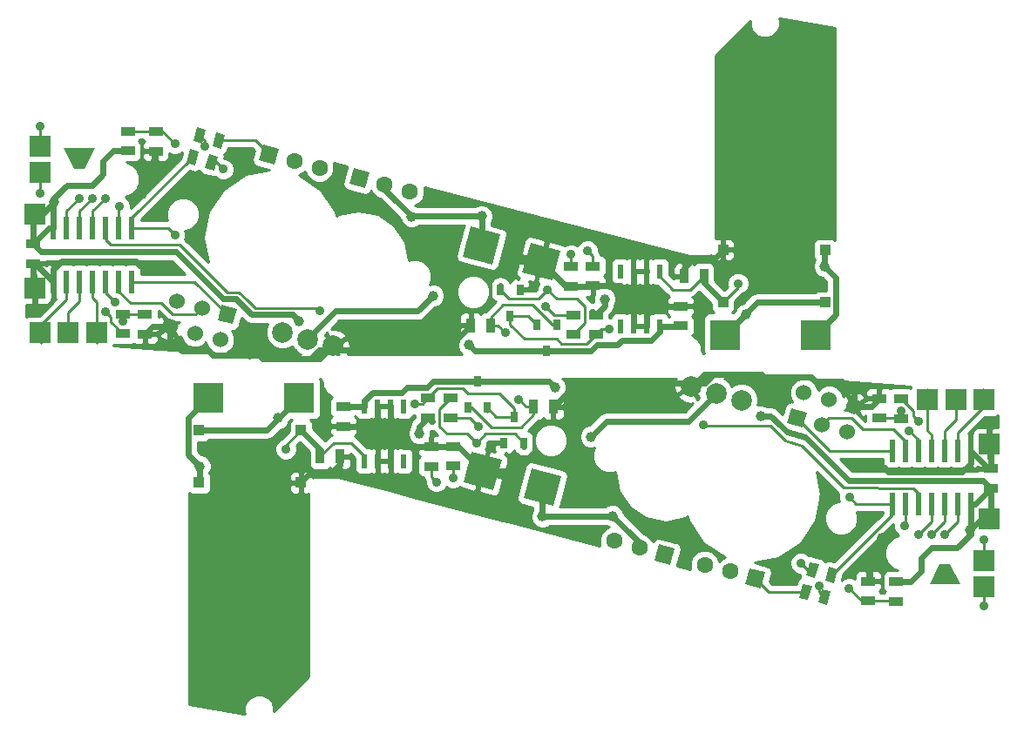
<source format=gbl>
%FSLAX46Y46*%
G04 Gerber Fmt 4.6, Leading zero omitted, Abs format (unit mm)*
G04 Created by KiCad (PCBNEW (2014-jul-16 BZR unknown)-product) date Sat 22 Nov 2014 08:56:03 PM CET*
%MOMM*%
G01*
G04 APERTURE LIST*
%ADD10C,0.150000*%
%ADD11C,2.000000*%
%ADD12R,3.000000X3.000000*%
%ADD13C,1.600000*%
%ADD14R,1.000760X1.000760*%
%ADD15R,0.701040X1.000760*%
%ADD16R,0.599440X1.399540*%
%ADD17R,1.397000X0.889000*%
%ADD18R,0.889000X1.397000*%
%ADD19C,1.524000*%
%ADD20R,0.599440X2.199640*%
%ADD21R,2.000000X2.000000*%
%ADD22C,1.000000*%
%ADD23C,0.889000*%
%ADD24C,0.600000*%
%ADD25C,0.254000*%
G04 APERTURE END LIST*
D10*
D11*
X217183000Y-109139000D03*
X219636452Y-109796400D03*
X214729548Y-108481600D03*
D12*
X167868000Y-109565000D03*
X176668000Y-109565000D03*
D10*
G36*
X240908000Y-127735000D02*
X237908000Y-127735000D01*
X238908000Y-125735000D01*
X239908000Y-125735000D01*
X240908000Y-127735000D01*
X240908000Y-127735000D01*
G37*
G36*
X213151248Y-124256715D02*
X212737137Y-125802196D01*
X211191656Y-125388085D01*
X211605767Y-123842604D01*
X213151248Y-124256715D01*
X213151248Y-124256715D01*
G37*
D13*
X209718000Y-124165000D03*
X207264548Y-123507600D03*
D14*
X166947540Y-112734840D03*
X166947540Y-117835160D03*
X176848000Y-117835000D03*
X176848000Y-112735000D03*
D10*
G36*
X202142894Y-117190797D02*
X201366437Y-120088574D01*
X198468660Y-119312117D01*
X199245117Y-116414340D01*
X202142894Y-117190797D01*
X202142894Y-117190797D01*
G37*
G36*
X196347340Y-115637883D02*
X195570883Y-118535660D01*
X192673106Y-117759203D01*
X193449563Y-114861426D01*
X196347340Y-115637883D01*
X196347340Y-115637883D01*
G37*
D15*
X197528000Y-111405000D03*
X196575500Y-113945000D03*
X198480500Y-113945000D03*
X193988000Y-108005000D03*
X193035500Y-110545000D03*
X194940500Y-110545000D03*
D16*
X183013000Y-115732000D03*
X183013000Y-110398000D03*
X184283000Y-115732000D03*
X185553000Y-115732000D03*
X186823000Y-115732000D03*
X184283000Y-110398000D03*
X185553000Y-110398000D03*
X186823000Y-110398000D03*
D17*
X191418000Y-111517500D03*
X191418000Y-109612500D03*
X189508000Y-114342500D03*
X189508000Y-116247500D03*
D18*
X199465500Y-110465000D03*
X201370500Y-110465000D03*
D10*
G36*
X228318183Y-128401871D02*
X227956613Y-129751269D01*
X227097905Y-129521179D01*
X227459475Y-128171781D01*
X228318183Y-128401871D01*
X228318183Y-128401871D01*
G37*
G36*
X226478095Y-127908821D02*
X226116525Y-129258219D01*
X225257817Y-129028129D01*
X225619387Y-127678731D01*
X226478095Y-127908821D01*
X226478095Y-127908821D01*
G37*
G36*
X228998183Y-126271871D02*
X228636613Y-127621269D01*
X227777905Y-127391179D01*
X228139475Y-126041781D01*
X228998183Y-126271871D01*
X228998183Y-126271871D01*
G37*
G36*
X227158095Y-125778821D02*
X226796525Y-127128219D01*
X225937817Y-126898129D01*
X226299387Y-125548731D01*
X227158095Y-125778821D01*
X227158095Y-125778821D01*
G37*
D17*
X233028000Y-111557500D03*
X233028000Y-109652500D03*
X235168000Y-109672500D03*
X235168000Y-111577500D03*
X180968000Y-110432500D03*
X180968000Y-112337500D03*
D18*
X178715500Y-115285000D03*
X180620500Y-115285000D03*
D17*
X243848000Y-118387500D03*
X243848000Y-116482500D03*
X231968000Y-129337500D03*
X231968000Y-127432500D03*
X234688000Y-127452500D03*
X234688000Y-129357500D03*
X189218000Y-109612500D03*
X189218000Y-111517500D03*
X191618000Y-116217500D03*
X191618000Y-114312500D03*
D10*
G36*
X224102592Y-112073140D02*
X224497033Y-110601069D01*
X225969104Y-110995510D01*
X225574663Y-112467581D01*
X224102592Y-112073140D01*
X224102592Y-112073140D01*
G37*
D19*
X225693249Y-109080874D03*
X227489300Y-112191726D03*
X228146700Y-109738274D03*
X229942751Y-112849126D03*
X230600152Y-110395675D03*
D20*
X241893000Y-119923420D03*
X240623000Y-119923420D03*
X239353000Y-119923420D03*
X238083000Y-119923420D03*
X236813000Y-119923420D03*
X235543000Y-119923420D03*
X234273000Y-119923420D03*
X234273000Y-114726580D03*
X235543000Y-114726580D03*
X236813000Y-114726580D03*
X238083000Y-114726580D03*
X239353000Y-114726580D03*
X240623000Y-114726580D03*
X241893000Y-114726580D03*
D21*
X237688000Y-109755000D03*
X240468000Y-109775000D03*
X243188000Y-109775000D03*
D10*
G36*
X221951248Y-126556715D02*
X221537137Y-128102196D01*
X219991656Y-127688085D01*
X220405767Y-126142604D01*
X221951248Y-126556715D01*
X221951248Y-126556715D01*
G37*
D13*
X218518000Y-126465000D03*
X216064548Y-125807600D03*
D21*
X243726000Y-121331000D03*
X243726000Y-114092000D03*
X243218000Y-127935000D03*
X243218000Y-125395000D03*
D11*
X177521902Y-103880902D03*
X175068450Y-103223502D03*
X179975354Y-104538302D03*
D12*
X226836902Y-103454902D03*
X218036902Y-103454902D03*
D10*
G36*
X153796902Y-85284902D02*
X156796902Y-85284902D01*
X155796902Y-87284902D01*
X154796902Y-87284902D01*
X153796902Y-85284902D01*
X153796902Y-85284902D01*
G37*
G36*
X181553654Y-88763187D02*
X181967765Y-87217706D01*
X183513246Y-87631817D01*
X183099135Y-89177298D01*
X181553654Y-88763187D01*
X181553654Y-88763187D01*
G37*
D13*
X184986902Y-88854902D03*
X187440354Y-89512302D03*
D14*
X227757362Y-100285062D03*
X227757362Y-95184742D03*
X217856902Y-95184902D03*
X217856902Y-100284902D03*
D10*
G36*
X192562008Y-95829105D02*
X193338465Y-92931328D01*
X196236242Y-93707785D01*
X195459785Y-96605562D01*
X192562008Y-95829105D01*
X192562008Y-95829105D01*
G37*
G36*
X198357562Y-97382019D02*
X199134019Y-94484242D01*
X202031796Y-95260699D01*
X201255339Y-98158476D01*
X198357562Y-97382019D01*
X198357562Y-97382019D01*
G37*
D15*
X197176902Y-101614902D03*
X198129402Y-99074902D03*
X196224402Y-99074902D03*
X200716902Y-105014902D03*
X201669402Y-102474902D03*
X199764402Y-102474902D03*
D16*
X211691902Y-97287902D03*
X211691902Y-102621902D03*
X210421902Y-97287902D03*
X209151902Y-97287902D03*
X207881902Y-97287902D03*
X210421902Y-102621902D03*
X209151902Y-102621902D03*
X207881902Y-102621902D03*
D17*
X203286902Y-101502402D03*
X203286902Y-103407402D03*
X205196902Y-98677402D03*
X205196902Y-96772402D03*
D18*
X195239402Y-102554902D03*
X193334402Y-102554902D03*
D10*
G36*
X166386719Y-84618031D02*
X166748289Y-83268633D01*
X167606997Y-83498723D01*
X167245427Y-84848121D01*
X166386719Y-84618031D01*
X166386719Y-84618031D01*
G37*
G36*
X168226807Y-85111081D02*
X168588377Y-83761683D01*
X169447085Y-83991773D01*
X169085515Y-85341171D01*
X168226807Y-85111081D01*
X168226807Y-85111081D01*
G37*
G36*
X165706719Y-86748031D02*
X166068289Y-85398633D01*
X166926997Y-85628723D01*
X166565427Y-86978121D01*
X165706719Y-86748031D01*
X165706719Y-86748031D01*
G37*
G36*
X167546807Y-87241081D02*
X167908377Y-85891683D01*
X168767085Y-86121773D01*
X168405515Y-87471171D01*
X167546807Y-87241081D01*
X167546807Y-87241081D01*
G37*
D17*
X161676902Y-101462402D03*
X161676902Y-103367402D03*
X159536902Y-103347402D03*
X159536902Y-101442402D03*
X213736902Y-102587402D03*
X213736902Y-100682402D03*
D18*
X215989402Y-97734902D03*
X214084402Y-97734902D03*
D17*
X150856902Y-94632402D03*
X150856902Y-96537402D03*
X162736902Y-83682402D03*
X162736902Y-85587402D03*
X160016902Y-85567402D03*
X160016902Y-83662402D03*
X205486902Y-103407402D03*
X205486902Y-101502402D03*
X203086902Y-96802402D03*
X203086902Y-98707402D03*
D10*
G36*
X170602310Y-100946762D02*
X170207869Y-102418833D01*
X168735798Y-102024392D01*
X169130239Y-100552321D01*
X170602310Y-100946762D01*
X170602310Y-100946762D01*
G37*
D19*
X169011653Y-103939028D03*
X167215602Y-100828176D03*
X166558202Y-103281628D03*
X164762151Y-100170776D03*
X164104750Y-102624227D03*
D20*
X152811902Y-93096482D03*
X154081902Y-93096482D03*
X155351902Y-93096482D03*
X156621902Y-93096482D03*
X157891902Y-93096482D03*
X159161902Y-93096482D03*
X160431902Y-93096482D03*
X160431902Y-98293322D03*
X159161902Y-98293322D03*
X157891902Y-98293322D03*
X156621902Y-98293322D03*
X155351902Y-98293322D03*
X154081902Y-98293322D03*
X152811902Y-98293322D03*
D21*
X157016902Y-103264902D03*
X154236902Y-103244902D03*
X151516902Y-103244902D03*
D10*
G36*
X172753654Y-86463187D02*
X173167765Y-84917706D01*
X174713246Y-85331817D01*
X174299135Y-86877298D01*
X172753654Y-86463187D01*
X172753654Y-86463187D01*
G37*
D13*
X176186902Y-86554902D03*
X178640354Y-87212302D03*
D21*
X150978902Y-91688902D03*
X150978902Y-98927902D03*
X151486902Y-85084902D03*
X151486902Y-87624902D03*
D22*
X201518000Y-108565000D03*
X221488000Y-111379000D03*
X176657000Y-102108000D03*
X193186902Y-104454902D03*
X241821000Y-122474000D03*
X152883902Y-90545902D03*
X174618000Y-111565000D03*
X220086902Y-101454902D03*
X205018000Y-113365000D03*
X189686902Y-99654902D03*
D23*
X194118000Y-112365000D03*
X235918000Y-112765000D03*
X200586902Y-100654902D03*
X158786902Y-100254902D03*
D22*
X223418000Y-110365000D03*
X227711000Y-119126000D03*
X171286902Y-102654902D03*
X166878000Y-93853000D03*
X232418000Y-121065000D03*
X197118000Y-116815000D03*
X181868000Y-117065000D03*
X233308000Y-123255000D03*
X232918000Y-116345000D03*
X232088000Y-126195000D03*
X243599000Y-112060000D03*
X162286902Y-91954902D03*
X197586902Y-96204902D03*
X212836902Y-95954902D03*
X161396902Y-89764902D03*
X161786902Y-96674902D03*
X162616902Y-86824902D03*
X151105902Y-100959902D03*
D23*
X236818000Y-111845000D03*
X235508000Y-122045000D03*
X157886902Y-101174902D03*
X159196902Y-90974902D03*
X227218000Y-127865000D03*
X167486902Y-85154902D03*
X230118000Y-119265000D03*
X164586902Y-93754902D03*
X175368000Y-114565000D03*
X219336902Y-98454902D03*
X187918000Y-110165000D03*
X191618000Y-117365000D03*
X206786902Y-102854902D03*
X203086902Y-95654902D03*
X239408000Y-122855000D03*
X243218000Y-123363000D03*
X155296902Y-90164902D03*
X151486902Y-89656902D03*
X238138000Y-122855000D03*
X243218000Y-129840000D03*
X156566902Y-90164902D03*
X151486902Y-83179902D03*
X236868000Y-122855000D03*
X157836902Y-90164902D03*
X225418000Y-125665000D03*
X169286902Y-87354902D03*
X235118000Y-110865000D03*
X159586902Y-102154902D03*
X178689000Y-101092000D03*
X198018000Y-109765000D03*
X215913000Y-112187000D03*
X196686902Y-103254902D03*
X230098000Y-128125000D03*
X164606902Y-84894902D03*
D22*
X188338000Y-113035000D03*
X167008000Y-116235000D03*
X206366902Y-99984902D03*
X227696902Y-96784902D03*
X207118000Y-121065000D03*
X200305777Y-121115000D03*
X187586902Y-91954902D03*
X194399125Y-91904902D03*
D23*
X193898000Y-113945000D03*
X190018000Y-117765000D03*
X200806902Y-99074902D03*
X204686902Y-95254902D03*
D24*
X189672000Y-108011000D02*
X189678000Y-108005000D01*
X189678000Y-108005000D02*
X193988000Y-108005000D01*
X193988000Y-108005000D02*
X200958000Y-108005000D01*
X200958000Y-108005000D02*
X201518000Y-108565000D01*
X221488000Y-111379000D02*
X222495082Y-111379000D01*
X222495082Y-111379000D02*
X223354541Y-112238459D01*
X225806000Y-113411000D02*
X230055541Y-117660541D01*
X224023541Y-112907459D02*
X225806000Y-113411000D01*
X223354541Y-112238459D02*
X224023541Y-112907459D01*
X230055541Y-117660541D02*
X243125500Y-117665000D01*
X243125500Y-117665000D02*
X243848000Y-118387500D01*
X171350361Y-100781443D02*
X170517918Y-99949000D01*
X176657000Y-102108000D02*
X176022000Y-101473000D01*
X176022000Y-101473000D02*
X172041918Y-101473000D01*
X172041918Y-101473000D02*
X171350361Y-100781443D01*
X200716902Y-105014902D02*
X193746902Y-105014902D01*
X193746902Y-105014902D02*
X193186902Y-104454902D01*
X169291000Y-99949000D02*
X164696902Y-95354902D01*
X170517918Y-99949000D02*
X169291000Y-99949000D01*
X164719000Y-95354902D02*
X151579402Y-95354902D01*
X151579402Y-95354902D02*
X150856902Y-94632402D01*
X183013000Y-110398000D02*
X181002500Y-110398000D01*
X181002500Y-110398000D02*
X180968000Y-110432500D01*
X183818000Y-109065000D02*
X183013000Y-109870000D01*
X186618000Y-109065000D02*
X183818000Y-109065000D01*
X187118000Y-108565000D02*
X186618000Y-109065000D01*
X189118000Y-108565000D02*
X187118000Y-108565000D01*
X189672000Y-108011000D02*
X189118000Y-108565000D01*
X183013000Y-109870000D02*
X183013000Y-110398000D01*
X237068000Y-126475000D02*
X237068000Y-125195000D01*
X237068000Y-125195000D02*
X238138000Y-124125000D01*
X238138000Y-124125000D02*
X240608000Y-124125000D01*
X240608000Y-124125000D02*
X241893000Y-122840000D01*
X241893000Y-122840000D02*
X241893000Y-119923420D01*
X234688000Y-127452500D02*
X236090500Y-127452500D01*
X236090500Y-127452500D02*
X237068000Y-126475000D01*
X241893000Y-119923420D02*
X242312080Y-119923420D01*
X242312080Y-119923420D02*
X243848000Y-118387500D01*
X243848000Y-121209000D02*
X243726000Y-121331000D01*
X243848000Y-118387500D02*
X243848000Y-121209000D01*
X242964000Y-121331000D02*
X243726000Y-121331000D01*
X241821000Y-122474000D02*
X242964000Y-121331000D01*
X211691902Y-102621902D02*
X213702402Y-102621902D01*
X213702402Y-102621902D02*
X213736902Y-102587402D01*
X200716902Y-105014902D02*
X205026902Y-105014902D01*
X210886902Y-103954902D02*
X211691902Y-103149902D01*
X208086902Y-103954902D02*
X210886902Y-103954902D01*
X207586902Y-104454902D02*
X208086902Y-103954902D01*
X205586902Y-104454902D02*
X207586902Y-104454902D01*
X205026902Y-105014902D02*
X205586902Y-104454902D01*
X211691902Y-103149902D02*
X211691902Y-102621902D01*
X157636902Y-86544902D02*
X157636902Y-87824902D01*
X157636902Y-87824902D02*
X156566902Y-88894902D01*
X156566902Y-88894902D02*
X154096902Y-88894902D01*
X154096902Y-88894902D02*
X152811902Y-90179902D01*
X152811902Y-90179902D02*
X152811902Y-93096482D01*
X160016902Y-85567402D02*
X158614402Y-85567402D01*
X158614402Y-85567402D02*
X157636902Y-86544902D01*
X152811902Y-93096482D02*
X152392822Y-93096482D01*
X152392822Y-93096482D02*
X150856902Y-94632402D01*
X150856902Y-91810902D02*
X150978902Y-91688902D01*
X150856902Y-94632402D02*
X150856902Y-91810902D01*
X151740902Y-91688902D02*
X150978902Y-91688902D01*
X152883902Y-90545902D02*
X151740902Y-91688902D01*
X174618000Y-111565000D02*
X174643000Y-111590000D01*
X174643000Y-111590000D02*
X174618000Y-111565000D01*
X174618000Y-111565000D02*
X174618000Y-111615000D01*
X166947540Y-112734840D02*
X173498160Y-112734840D01*
X173498160Y-112734840D02*
X174618000Y-111615000D01*
X174618000Y-111615000D02*
X176668000Y-109565000D01*
X220086902Y-101454902D02*
X220061902Y-101429902D01*
X220061902Y-101429902D02*
X220086902Y-101454902D01*
X220086902Y-101454902D02*
X220086902Y-101404902D01*
X227757362Y-100285062D02*
X221206742Y-100285062D01*
X221206742Y-100285062D02*
X220086902Y-101404902D01*
X220086902Y-101404902D02*
X218036902Y-103454902D01*
X214518000Y-111865000D02*
X206518000Y-111865000D01*
X206518000Y-111865000D02*
X205018000Y-113365000D01*
X217618000Y-108765000D02*
X214518000Y-111865000D01*
X180186902Y-101154902D02*
X188186902Y-101154902D01*
X188186902Y-101154902D02*
X189686902Y-99654902D01*
X177086902Y-104254902D02*
X180186902Y-101154902D01*
D25*
X191418000Y-111517500D02*
X193270500Y-111517500D01*
X193270500Y-111517500D02*
X194118000Y-112365000D01*
X235918000Y-112765000D02*
X236813000Y-113660000D01*
X236813000Y-113660000D02*
X236813000Y-114726580D01*
X203286902Y-101502402D02*
X201434402Y-101502402D01*
X201434402Y-101502402D02*
X200586902Y-100654902D01*
X158786902Y-100254902D02*
X157891902Y-99359902D01*
X157891902Y-99359902D02*
X157891902Y-98293322D01*
D24*
X216075400Y-108107600D02*
X216918000Y-107265000D01*
X216918000Y-107265000D02*
X221618000Y-107265000D01*
X221618000Y-107265000D02*
X223418000Y-109065000D01*
X223418000Y-109065000D02*
X223418000Y-110365000D01*
X215164548Y-108107600D02*
X216075400Y-108107600D01*
X178629502Y-104912302D02*
X177786902Y-105754902D01*
X177786902Y-105754902D02*
X173086902Y-105754902D01*
X173086902Y-105754902D02*
X171286902Y-103954902D01*
X171286902Y-103954902D02*
X171286902Y-102654902D01*
X179540354Y-104912302D02*
X178629502Y-104912302D01*
X166878000Y-93599000D02*
X167132000Y-93345000D01*
X166878000Y-93853000D02*
X166878000Y-93599000D01*
X194510223Y-116698543D02*
X192124180Y-114312500D01*
X192124180Y-114312500D02*
X191618000Y-114312500D01*
X191618000Y-114312500D02*
X189538000Y-114312500D01*
X189538000Y-114312500D02*
X189508000Y-114342500D01*
X189508000Y-114342500D02*
X186795500Y-114342500D01*
X186795500Y-114342500D02*
X185553000Y-113100000D01*
X185553000Y-115732000D02*
X185553000Y-113100000D01*
X185553000Y-113100000D02*
X185553000Y-110398000D01*
X180968000Y-112337500D02*
X183445500Y-112337500D01*
X184283000Y-111500000D02*
X184283000Y-110398000D01*
X183445500Y-112337500D02*
X184283000Y-111500000D01*
D25*
X230572877Y-109859950D02*
X231039666Y-110329042D01*
D24*
X197001543Y-116698543D02*
X194510223Y-116698543D01*
X197118000Y-116815000D02*
X197001543Y-116698543D01*
X176848000Y-117835000D02*
X177618000Y-117065000D01*
X177618000Y-117065000D02*
X181868000Y-117065000D01*
X180620500Y-116062500D02*
X180620500Y-115285000D01*
X179618000Y-117065000D02*
X180620500Y-116062500D01*
X177618000Y-117065000D02*
X179618000Y-117065000D01*
X233308000Y-124975000D02*
X232088000Y-126195000D01*
X233308000Y-123255000D02*
X233308000Y-124975000D01*
X232088000Y-127312500D02*
X231968000Y-127432500D01*
X232088000Y-126195000D02*
X232088000Y-127312500D01*
X193793766Y-117415000D02*
X194510223Y-116698543D01*
X194510223Y-116698543D02*
X195726957Y-116698543D01*
X189508000Y-114342500D02*
X189705500Y-114342500D01*
X189508000Y-114342500D02*
X189048000Y-114342500D01*
X241893000Y-114726580D02*
X241893000Y-115950000D01*
X241893000Y-115950000D02*
X241098000Y-116745000D01*
X243848000Y-116482500D02*
X243648920Y-116482500D01*
X243648920Y-116482500D02*
X241893000Y-114726580D01*
D25*
X229928000Y-110465000D02*
X230188000Y-110725000D01*
D24*
X233518000Y-116345000D02*
X232918000Y-116345000D01*
X241098000Y-116745000D02*
X233918000Y-116745000D01*
X233918000Y-116745000D02*
X233518000Y-116345000D01*
X216007148Y-107265000D02*
X215164548Y-108107600D01*
X219618000Y-107265000D02*
X216007148Y-107265000D01*
X219918000Y-107565000D02*
X219618000Y-107265000D01*
X226418000Y-107565000D02*
X219918000Y-107565000D01*
X226818000Y-107965000D02*
X226418000Y-107565000D01*
X229418000Y-107965000D02*
X226818000Y-107965000D01*
X230600152Y-109147152D02*
X229418000Y-107965000D01*
X230600152Y-110395675D02*
X230600152Y-109147152D01*
X232284825Y-110395675D02*
X233028000Y-109652500D01*
X230600152Y-110395675D02*
X232284825Y-110395675D01*
X201370500Y-110465000D02*
X201370500Y-110912500D01*
X203727900Y-108107600D02*
X204627900Y-108107600D01*
X204627900Y-108107600D02*
X215164548Y-108107600D01*
X201370500Y-110465000D02*
X203727900Y-108107600D01*
X243726000Y-112187000D02*
X243599000Y-112060000D01*
X243726000Y-114092000D02*
X243726000Y-112187000D01*
X243848000Y-114214000D02*
X243726000Y-114092000D01*
X243848000Y-116482500D02*
X243848000Y-114214000D01*
X200194679Y-96321359D02*
X202580722Y-98707402D01*
X202580722Y-98707402D02*
X203086902Y-98707402D01*
X203086902Y-98707402D02*
X205166902Y-98707402D01*
X205166902Y-98707402D02*
X205196902Y-98677402D01*
X205196902Y-98677402D02*
X207909402Y-98677402D01*
X207909402Y-98677402D02*
X209151902Y-99919902D01*
X209151902Y-97287902D02*
X209151902Y-99919902D01*
X209151902Y-99919902D02*
X209151902Y-102621902D01*
X213736902Y-100682402D02*
X211259402Y-100682402D01*
X210421902Y-101519902D02*
X210421902Y-102621902D01*
X211259402Y-100682402D02*
X210421902Y-101519902D01*
D25*
X164132025Y-103159952D02*
X163665236Y-102690860D01*
D24*
X197703359Y-96321359D02*
X200194679Y-96321359D01*
X197586902Y-96204902D02*
X197703359Y-96321359D01*
X217856902Y-95184902D02*
X217086902Y-95954902D01*
X217086902Y-95954902D02*
X212836902Y-95954902D01*
X214084402Y-96957402D02*
X214084402Y-97734902D01*
X215086902Y-95954902D02*
X214084402Y-96957402D01*
X217086902Y-95954902D02*
X215086902Y-95954902D01*
X161396902Y-88044902D02*
X162616902Y-86824902D01*
X161396902Y-89764902D02*
X161396902Y-88044902D01*
X162616902Y-85707402D02*
X162736902Y-85587402D01*
X162616902Y-86824902D02*
X162616902Y-85707402D01*
X200911136Y-95604902D02*
X200194679Y-96321359D01*
X200194679Y-96321359D02*
X198977945Y-96321359D01*
X205196902Y-98677402D02*
X204999402Y-98677402D01*
X205196902Y-98677402D02*
X205656902Y-98677402D01*
X152811902Y-98293322D02*
X152811902Y-97069902D01*
X152811902Y-97069902D02*
X153606902Y-96274902D01*
X150856902Y-96537402D02*
X151055982Y-96537402D01*
X151055982Y-96537402D02*
X152811902Y-98293322D01*
D25*
X164776902Y-102554902D02*
X164516902Y-102294902D01*
D24*
X161186902Y-96674902D02*
X161786902Y-96674902D01*
X153606902Y-96274902D02*
X160786902Y-96274902D01*
X160786902Y-96274902D02*
X161186902Y-96674902D01*
X178697754Y-105754902D02*
X179540354Y-104912302D01*
X175086902Y-105754902D02*
X178697754Y-105754902D01*
X174786902Y-105454902D02*
X175086902Y-105754902D01*
X168286902Y-105454902D02*
X174786902Y-105454902D01*
X167886902Y-105054902D02*
X168286902Y-105454902D01*
X165286902Y-105054902D02*
X167886902Y-105054902D01*
X164104750Y-103872750D02*
X165286902Y-105054902D01*
X164104750Y-102624227D02*
X164104750Y-103872750D01*
X162420077Y-102624227D02*
X161676902Y-103367402D01*
X164104750Y-102624227D02*
X162420077Y-102624227D01*
X193334402Y-102554902D02*
X193334402Y-102107402D01*
X190977002Y-104912302D02*
X190077002Y-104912302D01*
X190077002Y-104912302D02*
X179540354Y-104912302D01*
X193334402Y-102554902D02*
X190977002Y-104912302D01*
X150978902Y-100832902D02*
X151105902Y-100959902D01*
X150978902Y-98927902D02*
X150978902Y-100832902D01*
X150856902Y-98805902D02*
X150978902Y-98927902D01*
X150856902Y-96537402D02*
X150856902Y-98805902D01*
D25*
X235543000Y-119923420D02*
X235543000Y-122010000D01*
X236308000Y-110812500D02*
X235168000Y-109672500D01*
X236308000Y-111335000D02*
X236308000Y-110812500D01*
X236818000Y-111845000D02*
X236308000Y-111335000D01*
X235543000Y-122010000D02*
X235508000Y-122045000D01*
X159161902Y-93096482D02*
X159161902Y-91009902D01*
X158396902Y-102207402D02*
X159536902Y-103347402D01*
X158396902Y-101684902D02*
X158396902Y-102207402D01*
X157886902Y-101174902D02*
X158396902Y-101684902D01*
X159161902Y-91009902D02*
X159196902Y-90974902D01*
X227218000Y-127865000D02*
X227218000Y-128471481D01*
X227218000Y-128471481D02*
X227708044Y-128961525D01*
X234273000Y-114726580D02*
X228228103Y-114726580D01*
X228228103Y-114726580D02*
X225035848Y-111534325D01*
X167486902Y-85154902D02*
X167486902Y-84548421D01*
X167486902Y-84548421D02*
X166996858Y-84058377D01*
X160431902Y-98293322D02*
X166476799Y-98293322D01*
X166476799Y-98293322D02*
X169669054Y-101485577D01*
X230776420Y-119923420D02*
X234273000Y-119923420D01*
X230118000Y-119265000D02*
X230776420Y-119923420D01*
X228388044Y-126831525D02*
X234273000Y-120946569D01*
X234273000Y-120946569D02*
X234273000Y-119923420D01*
X163928482Y-93096482D02*
X160431902Y-93096482D01*
X164586902Y-93754902D02*
X163928482Y-93096482D01*
X166316858Y-86188377D02*
X160431902Y-92073333D01*
X160431902Y-92073333D02*
X160431902Y-93096482D01*
X183013000Y-115732000D02*
X183013000Y-115260000D01*
X183013000Y-115260000D02*
X181718000Y-113965000D01*
X181718000Y-113965000D02*
X180035500Y-113965000D01*
X180035500Y-113965000D02*
X178715500Y-115285000D01*
X175368000Y-114215000D02*
X176848000Y-112735000D01*
X175368000Y-114565000D02*
X175368000Y-114215000D01*
D24*
X178715500Y-115285000D02*
X178715500Y-114607500D01*
X176848000Y-112735000D02*
X178715500Y-114602500D01*
X178715500Y-114602500D02*
X178715500Y-115285000D01*
D25*
X211691902Y-97287902D02*
X211691902Y-97759902D01*
X211691902Y-97759902D02*
X212986902Y-99054902D01*
X212986902Y-99054902D02*
X214669402Y-99054902D01*
X214669402Y-99054902D02*
X215989402Y-97734902D01*
X219336902Y-98804902D02*
X217856902Y-100284902D01*
X219336902Y-98454902D02*
X219336902Y-98804902D01*
D24*
X215989402Y-97734902D02*
X215989402Y-98412402D01*
X217856902Y-100284902D02*
X215989402Y-98417402D01*
X215989402Y-98417402D02*
X215989402Y-97734902D01*
D25*
X197528000Y-111405000D02*
X195800500Y-111405000D01*
X195800500Y-111405000D02*
X194940500Y-110545000D01*
X197528000Y-111405000D02*
X197528000Y-110575000D01*
X196135500Y-109182500D02*
X193035500Y-109182500D01*
X197528000Y-110575000D02*
X196135500Y-109182500D01*
X189218000Y-109612500D02*
X190144498Y-108686002D01*
X192539002Y-108686002D02*
X193035500Y-109182500D01*
X192418000Y-108686002D02*
X192539002Y-108686002D01*
X190144498Y-108686002D02*
X192418000Y-108686002D01*
X191618000Y-116217500D02*
X191618000Y-117365000D01*
X188665500Y-110165000D02*
X189218000Y-109612500D01*
X187918000Y-110165000D02*
X188665500Y-110165000D01*
X194940500Y-110545000D02*
X194940500Y-110927500D01*
X197176902Y-101614902D02*
X198904402Y-101614902D01*
X198904402Y-101614902D02*
X199764402Y-102474902D01*
X197176902Y-101614902D02*
X197176902Y-102444902D01*
X198569402Y-103837402D02*
X201669402Y-103837402D01*
X197176902Y-102444902D02*
X198569402Y-103837402D01*
X205486902Y-103407402D02*
X204560404Y-104333900D01*
X202165900Y-104333900D02*
X201669402Y-103837402D01*
X202286902Y-104333900D02*
X202165900Y-104333900D01*
X204560404Y-104333900D02*
X202286902Y-104333900D01*
X203086902Y-96802402D02*
X203086902Y-95654902D01*
X206039402Y-102854902D02*
X205486902Y-103407402D01*
X206786902Y-102854902D02*
X206039402Y-102854902D01*
X199764402Y-102474902D02*
X199764402Y-102092402D01*
X237708000Y-108755000D02*
X237708000Y-112775000D01*
X238083000Y-113150000D02*
X238083000Y-114726580D01*
X237708000Y-112775000D02*
X238083000Y-113150000D01*
X156996902Y-104264902D02*
X156996902Y-100244902D01*
X156621902Y-99869902D02*
X156621902Y-98293322D01*
X156996902Y-100244902D02*
X156621902Y-99869902D01*
X239353000Y-114726580D02*
X239353000Y-112830000D01*
X240468000Y-111715000D02*
X240468000Y-109775000D01*
X239353000Y-112830000D02*
X240468000Y-111715000D01*
X155351902Y-98293322D02*
X155351902Y-100189902D01*
X154236902Y-101304902D02*
X154236902Y-103244902D01*
X155351902Y-100189902D02*
X154236902Y-101304902D01*
X240623000Y-114726580D02*
X240623000Y-113010000D01*
X243128000Y-110505000D02*
X243128000Y-108755000D01*
X240623000Y-113010000D02*
X243128000Y-110505000D01*
X154081902Y-98293322D02*
X154081902Y-100009902D01*
X151576902Y-102514902D02*
X151576902Y-104264902D01*
X154081902Y-100009902D02*
X151576902Y-102514902D01*
X239408000Y-122855000D02*
X240623000Y-121640000D01*
X240623000Y-121640000D02*
X240623000Y-119923420D01*
X243218000Y-125395000D02*
X243218000Y-123363000D01*
X155296902Y-90164902D02*
X154081902Y-91379902D01*
X154081902Y-91379902D02*
X154081902Y-93096482D01*
X151486902Y-87624902D02*
X151486902Y-89656902D01*
X239353000Y-121640000D02*
X239353000Y-119923420D01*
X238138000Y-122855000D02*
X239353000Y-121640000D01*
X243218000Y-129840000D02*
X243218000Y-127935000D01*
X155351902Y-91379902D02*
X155351902Y-93096482D01*
X156566902Y-90164902D02*
X155351902Y-91379902D01*
X151486902Y-83179902D02*
X151486902Y-85084902D01*
X236868000Y-122855000D02*
X238083000Y-121640000D01*
X238083000Y-121640000D02*
X238083000Y-119923420D01*
X157836902Y-90164902D02*
X156621902Y-91379902D01*
X156621902Y-91379902D02*
X156621902Y-93096482D01*
X225418000Y-125665000D02*
X226091475Y-126338475D01*
X226091475Y-126338475D02*
X226547956Y-126338475D01*
X212528852Y-124465000D02*
X212171452Y-124822400D01*
X212171452Y-124611548D02*
X212171452Y-124822400D01*
X169286902Y-87354902D02*
X168613427Y-86681427D01*
X168613427Y-86681427D02*
X168156946Y-86681427D01*
X182176050Y-88554902D02*
X182533450Y-88197502D01*
X182533450Y-88408354D02*
X182533450Y-88197502D01*
X222317527Y-128468475D02*
X220971452Y-127122400D01*
X225867956Y-128468475D02*
X222317527Y-128468475D01*
X172387375Y-84551427D02*
X173733450Y-85897502D01*
X168836946Y-84551427D02*
X172387375Y-84551427D01*
X235168000Y-110915000D02*
X235168000Y-111577500D01*
X235118000Y-110865000D02*
X235168000Y-110915000D01*
X233028000Y-111557500D02*
X235148000Y-111557500D01*
X235148000Y-111557500D02*
X235168000Y-111577500D01*
X159536902Y-102104902D02*
X159536902Y-101442402D01*
X159586902Y-102154902D02*
X159536902Y-102104902D01*
X161676902Y-101462402D02*
X159556902Y-101462402D01*
X159556902Y-101462402D02*
X159536902Y-101442402D01*
X223180000Y-113027000D02*
X222421000Y-112268000D01*
X236813000Y-118860000D02*
X236318000Y-118365000D01*
X223180000Y-113027000D02*
X223859500Y-113706500D01*
X223859500Y-113706500D02*
X225488500Y-114236500D01*
X225488500Y-114236500D02*
X229575500Y-118323500D01*
X229575500Y-118323500D02*
X236318000Y-118365000D01*
X215994000Y-112268000D02*
X215913000Y-112187000D01*
X222421000Y-112268000D02*
X215994000Y-112268000D01*
X171529000Y-99997000D02*
X170847143Y-99315143D01*
X169673143Y-99315143D02*
X165012902Y-94654902D01*
X170847143Y-99315143D02*
X169673143Y-99315143D01*
X158386902Y-94654902D02*
X157891902Y-94159902D01*
X165012902Y-94654902D02*
X158386902Y-94654902D01*
X172377998Y-100845998D02*
X171529000Y-99997000D01*
X171529000Y-99997000D02*
X171524902Y-99992902D01*
X178442998Y-100845998D02*
X172377998Y-100845998D01*
X178689000Y-101092000D02*
X178442998Y-100845998D01*
X193035500Y-110545000D02*
X193443000Y-110545000D01*
X195363000Y-112465000D02*
X198218000Y-112465000D01*
X193443000Y-110545000D02*
X195363000Y-112465000D01*
X198218000Y-112465000D02*
X199465500Y-111217500D01*
X198718000Y-110465000D02*
X198018000Y-109765000D01*
X199465500Y-110465000D02*
X198718000Y-110465000D01*
X236813000Y-119923420D02*
X236813000Y-118850000D01*
X199465500Y-111217500D02*
X199465500Y-110465000D01*
X236813000Y-118860000D02*
X236813000Y-119923420D01*
X201669402Y-102474902D02*
X201261902Y-102474902D01*
X201261902Y-102474902D02*
X199341902Y-100554902D01*
X157891902Y-93096482D02*
X157891902Y-94169902D01*
X157891902Y-94159902D02*
X157891902Y-93096482D01*
X199341902Y-100554902D02*
X196486902Y-100554902D01*
X196486902Y-100554902D02*
X195239402Y-101802402D01*
X195239402Y-101802402D02*
X195239402Y-102554902D01*
X195239402Y-102554902D02*
X195986902Y-102554902D01*
X195986902Y-102554902D02*
X196686902Y-103254902D01*
X231968000Y-129337500D02*
X234668000Y-129337500D01*
X234668000Y-129337500D02*
X234688000Y-129357500D01*
X231310500Y-129337500D02*
X230098000Y-128125000D01*
X231310500Y-129337500D02*
X231968000Y-129337500D01*
X162736902Y-83682402D02*
X160036902Y-83682402D01*
X160036902Y-83682402D02*
X160016902Y-83662402D01*
X163394402Y-83682402D02*
X164606902Y-84894902D01*
X163394402Y-83682402D02*
X162736902Y-83682402D01*
X235543000Y-114726580D02*
X235543000Y-113790000D01*
X235543000Y-113790000D02*
X234418000Y-112665000D01*
X234418000Y-112665000D02*
X231418000Y-112665000D01*
X231418000Y-112665000D02*
X230318000Y-111565000D01*
X230318000Y-111565000D02*
X228116026Y-111565000D01*
X228116026Y-111565000D02*
X227489300Y-112191726D01*
X227678000Y-111925000D02*
X227678000Y-112283026D01*
X159161902Y-98293322D02*
X159161902Y-99229902D01*
X159161902Y-99229902D02*
X160286902Y-100354902D01*
X160286902Y-100354902D02*
X163286902Y-100354902D01*
X163286902Y-100354902D02*
X164386902Y-101454902D01*
X164386902Y-101454902D02*
X166588876Y-101454902D01*
X166588876Y-101454902D02*
X167215602Y-100828176D01*
X167026902Y-101094902D02*
X167026902Y-100736876D01*
D24*
X189218000Y-111517500D02*
X188338000Y-112397500D01*
X188338000Y-112397500D02*
X188338000Y-113035000D01*
X167008000Y-116235000D02*
X165868000Y-115095000D01*
X165868000Y-111565000D02*
X167868000Y-109565000D01*
X165868000Y-115095000D02*
X165868000Y-111565000D01*
X189588000Y-111847500D02*
X189525500Y-111847500D01*
X167008000Y-117774700D02*
X166947540Y-117835160D01*
X167008000Y-116235000D02*
X167008000Y-117774700D01*
X205486902Y-101502402D02*
X206366902Y-100622402D01*
X206366902Y-100622402D02*
X206366902Y-99984902D01*
X227696902Y-96784902D02*
X228836902Y-97924902D01*
X228836902Y-101454902D02*
X226836902Y-103454902D01*
X228836902Y-97924902D02*
X228836902Y-101454902D01*
X205116902Y-101172402D02*
X205179402Y-101172402D01*
X227696902Y-95245202D02*
X227757362Y-95184742D01*
X227696902Y-96784902D02*
X227696902Y-95245202D01*
X207118000Y-121065000D02*
X207118000Y-121115000D01*
X207118000Y-121115000D02*
X207168000Y-121115000D01*
X200305777Y-118251457D02*
X200305777Y-121115000D01*
X207168000Y-121115000D02*
X200305777Y-121115000D01*
X208518000Y-122465000D02*
X207168000Y-121115000D01*
X209718000Y-123665000D02*
X208518000Y-122465000D01*
X209718000Y-124165000D02*
X209718000Y-123665000D01*
X187586902Y-91954902D02*
X187586902Y-91904902D01*
X187586902Y-91904902D02*
X187536902Y-91904902D01*
X194399125Y-94768445D02*
X194399125Y-91904902D01*
X187536902Y-91904902D02*
X194399125Y-91904902D01*
X186186902Y-90554902D02*
X187536902Y-91904902D01*
X184986902Y-89354902D02*
X186186902Y-90554902D01*
X184986902Y-88854902D02*
X184986902Y-89354902D01*
D25*
X198480500Y-113945000D02*
X197611500Y-113076000D01*
X194767000Y-113076000D02*
X193898000Y-113945000D01*
X197611500Y-113076000D02*
X194767000Y-113076000D01*
X190018000Y-117765000D02*
X189508000Y-117255000D01*
X189508000Y-116247500D02*
X189508000Y-117255000D01*
X193898000Y-113945000D02*
X193018000Y-113065000D01*
X193018000Y-113065000D02*
X191018000Y-113065000D01*
X191018000Y-113065000D02*
X190318000Y-112365000D01*
X190318000Y-112365000D02*
X190318000Y-110712500D01*
X190318000Y-110712500D02*
X191418000Y-109612500D01*
D24*
X198480500Y-114357500D02*
X198480500Y-113945000D01*
X198480500Y-113802500D02*
X198480500Y-113945000D01*
D25*
X196224402Y-99074902D02*
X197093402Y-99943902D01*
X199937902Y-99943902D02*
X200806902Y-99074902D01*
X197093402Y-99943902D02*
X199937902Y-99943902D01*
X204686902Y-95254902D02*
X205196902Y-95764902D01*
X205196902Y-96772402D02*
X205196902Y-95764902D01*
X200806902Y-99074902D02*
X201686902Y-99954902D01*
X201686902Y-99954902D02*
X203686902Y-99954902D01*
X203686902Y-99954902D02*
X204386902Y-100654902D01*
X204386902Y-100654902D02*
X204386902Y-102307402D01*
X204386902Y-102307402D02*
X203286902Y-103407402D01*
D24*
X196224402Y-98662402D02*
X196224402Y-99074902D01*
X196224402Y-99217402D02*
X196224402Y-99074902D01*
D25*
G36*
X168541644Y-105256513D02*
X165651898Y-105039782D01*
X168120044Y-105023244D01*
X168219283Y-105122657D01*
X168541644Y-105256513D01*
X168541644Y-105256513D01*
G37*
X168541644Y-105256513D02*
X165651898Y-105039782D01*
X168120044Y-105023244D01*
X168219283Y-105122657D01*
X168541644Y-105256513D01*
G36*
X176798827Y-105351007D02*
X176679692Y-105374706D01*
X176423751Y-105480720D01*
X176269634Y-105583698D01*
X176153615Y-105699717D01*
X176087046Y-105633032D01*
X175706777Y-105475131D01*
X175295029Y-105474772D01*
X174914485Y-105632009D01*
X174749968Y-105796238D01*
X174587046Y-105633032D01*
X174206777Y-105475131D01*
X173795029Y-105474772D01*
X173414485Y-105632009D01*
X173249968Y-105796238D01*
X173087046Y-105633032D01*
X172706777Y-105475131D01*
X172295029Y-105474772D01*
X171914485Y-105632009D01*
X171846521Y-105699853D01*
X171795661Y-105648993D01*
X171730366Y-105583698D01*
X171730364Y-105583697D01*
X171576249Y-105480720D01*
X171320308Y-105374706D01*
X171138515Y-105338545D01*
X171068587Y-105338545D01*
X171000000Y-105324902D01*
X169453496Y-105324902D01*
X169336976Y-105316163D01*
X169801956Y-105124038D01*
X169914973Y-105011218D01*
X176297332Y-104968453D01*
X176594539Y-105266180D01*
X176798827Y-105351007D01*
X176798827Y-105351007D01*
G37*
X176798827Y-105351007D02*
X176679692Y-105374706D01*
X176423751Y-105480720D01*
X176269634Y-105583698D01*
X176153615Y-105699717D01*
X176087046Y-105633032D01*
X175706777Y-105475131D01*
X175295029Y-105474772D01*
X174914485Y-105632009D01*
X174749968Y-105796238D01*
X174587046Y-105633032D01*
X174206777Y-105475131D01*
X173795029Y-105474772D01*
X173414485Y-105632009D01*
X173249968Y-105796238D01*
X173087046Y-105633032D01*
X172706777Y-105475131D01*
X172295029Y-105474772D01*
X171914485Y-105632009D01*
X171846521Y-105699853D01*
X171795661Y-105648993D01*
X171730366Y-105583698D01*
X171730364Y-105583697D01*
X171576249Y-105480720D01*
X171320308Y-105374706D01*
X171138515Y-105338545D01*
X171068587Y-105338545D01*
X171000000Y-105324902D01*
X169453496Y-105324902D01*
X169336976Y-105316163D01*
X169801956Y-105124038D01*
X169914973Y-105011218D01*
X176297332Y-104968453D01*
X176594539Y-105266180D01*
X176798827Y-105351007D01*
G36*
X192451651Y-105324902D02*
X181422086Y-105324902D01*
X181496712Y-105219819D01*
X181562260Y-104933177D01*
X192127200Y-104862388D01*
X192224135Y-105096988D01*
X192451651Y-105324902D01*
X192451651Y-105324902D01*
G37*
X192451651Y-105324902D02*
X181422086Y-105324902D01*
X181496712Y-105219819D01*
X181562260Y-104933177D01*
X192127200Y-104862388D01*
X192224135Y-105096988D01*
X192451651Y-105324902D01*
G36*
X218046028Y-125107342D02*
X217706200Y-125247757D01*
X217479432Y-125474129D01*
X217281791Y-124995800D01*
X216878471Y-124591776D01*
X216351239Y-124372850D01*
X215780361Y-124372352D01*
X215252748Y-124590357D01*
X214848724Y-124993677D01*
X214629798Y-125520909D01*
X214629300Y-126091787D01*
X214703388Y-126271095D01*
X213363001Y-125919890D01*
X213383191Y-125844541D01*
X213797302Y-124299060D01*
X213764329Y-124048602D01*
X213638020Y-123829828D01*
X213437604Y-123676043D01*
X213193593Y-123610661D01*
X211648112Y-123196550D01*
X211397654Y-123229523D01*
X211178880Y-123355832D01*
X211025095Y-123556248D01*
X211022752Y-123564989D01*
X210935243Y-123353200D01*
X210531923Y-122949176D01*
X210177152Y-122801862D01*
X209179145Y-121803855D01*
X208253164Y-120877874D01*
X208253197Y-120840225D01*
X208080767Y-120422914D01*
X207761765Y-120103355D01*
X207344756Y-119930197D01*
X206893225Y-119929803D01*
X206475914Y-120102233D01*
X206398011Y-120180000D01*
X201999339Y-120180000D01*
X202012491Y-120130919D01*
X202788948Y-117233142D01*
X202755975Y-116982685D01*
X202755286Y-116981491D01*
X202755286Y-113416931D01*
X202506896Y-112815783D01*
X202450000Y-112758787D01*
X202450000Y-111289810D01*
X202450000Y-111037191D01*
X202450000Y-110750750D01*
X202291250Y-110592000D01*
X201497500Y-110592000D01*
X201497500Y-111639750D01*
X201656250Y-111798500D01*
X201941309Y-111798500D01*
X202174698Y-111701827D01*
X202353327Y-111523199D01*
X202450000Y-111289810D01*
X202450000Y-112758787D01*
X202047365Y-112355448D01*
X201446650Y-112106010D01*
X200796207Y-112105442D01*
X200195059Y-112353832D01*
X199734724Y-112813363D01*
X199485286Y-113414078D01*
X199484718Y-114064521D01*
X199733108Y-114665669D01*
X200192639Y-115126004D01*
X200793354Y-115375442D01*
X201443797Y-115376010D01*
X202044945Y-115127620D01*
X202505280Y-114668089D01*
X202754718Y-114067374D01*
X202755286Y-113416931D01*
X202755286Y-116981491D01*
X202629666Y-116763910D01*
X202429250Y-116610125D01*
X202185239Y-116544743D01*
X199287462Y-115768286D01*
X199037005Y-115801259D01*
X198818230Y-115927568D01*
X198664445Y-116127984D01*
X198599063Y-116371995D01*
X197822606Y-119269772D01*
X197855579Y-119520229D01*
X197981888Y-119739004D01*
X198182304Y-119892789D01*
X198426315Y-119958171D01*
X199370777Y-120211238D01*
X199370777Y-120444636D01*
X199344132Y-120471235D01*
X199170974Y-120888244D01*
X199170580Y-121339775D01*
X199343010Y-121757086D01*
X199662012Y-122076645D01*
X200079021Y-122249803D01*
X200530552Y-122250197D01*
X200947863Y-122077767D01*
X200975678Y-122050000D01*
X206530479Y-122050000D01*
X206781845Y-122154376D01*
X206452748Y-122290357D01*
X206048724Y-122693677D01*
X205829798Y-123220909D01*
X205829300Y-123791787D01*
X205900721Y-123964640D01*
X196993395Y-121630762D01*
X196498517Y-121501095D01*
X196498517Y-117527135D01*
X196386264Y-117332707D01*
X194600026Y-116854086D01*
X194121404Y-118640324D01*
X194233658Y-118834752D01*
X195528538Y-119181714D01*
X195778995Y-119148741D01*
X195997770Y-119022432D01*
X196151555Y-118822016D01*
X196216937Y-118578005D01*
X196498517Y-117527135D01*
X196498517Y-121501095D01*
X187757720Y-119210852D01*
X187757720Y-116558080D01*
X187757720Y-116305461D01*
X187757720Y-114905921D01*
X187661047Y-114672532D01*
X187482419Y-114493903D01*
X187249030Y-114397230D01*
X186996411Y-114397230D01*
X186396971Y-114397230D01*
X186188000Y-114483788D01*
X185979029Y-114397230D01*
X185838750Y-114397230D01*
X185680000Y-114555980D01*
X185680000Y-115605000D01*
X185700000Y-115605000D01*
X185700000Y-115859000D01*
X185680000Y-115859000D01*
X185680000Y-116908020D01*
X185838750Y-117066770D01*
X185979029Y-117066770D01*
X186187999Y-116980211D01*
X186396970Y-117066770D01*
X186649589Y-117066770D01*
X187249029Y-117066770D01*
X187482418Y-116970097D01*
X187661047Y-116791469D01*
X187757720Y-116558080D01*
X187757720Y-119210852D01*
X185426000Y-118599900D01*
X185426000Y-116908020D01*
X185426000Y-115859000D01*
X185426000Y-115605000D01*
X185426000Y-114555980D01*
X185426000Y-111574020D01*
X185426000Y-110525000D01*
X185058970Y-110525000D01*
X184777030Y-110525000D01*
X184410000Y-110525000D01*
X184410000Y-111574020D01*
X184568750Y-111732770D01*
X184709029Y-111732770D01*
X184918000Y-111646211D01*
X185126971Y-111732770D01*
X185267250Y-111732770D01*
X185426000Y-111574020D01*
X185426000Y-114555980D01*
X185267250Y-114397230D01*
X185126971Y-114397230D01*
X184918000Y-114483788D01*
X184709029Y-114397230D01*
X184568750Y-114397230D01*
X184410000Y-114555980D01*
X184410000Y-115605000D01*
X184777030Y-115605000D01*
X185058970Y-115605000D01*
X185426000Y-115605000D01*
X185426000Y-115859000D01*
X185058970Y-115859000D01*
X184777030Y-115859000D01*
X184410000Y-115859000D01*
X184410000Y-116908020D01*
X184568750Y-117066770D01*
X184709029Y-117066770D01*
X184918000Y-116980211D01*
X185126971Y-117066770D01*
X185267250Y-117066770D01*
X185426000Y-116908020D01*
X185426000Y-118599900D01*
X181700000Y-117623622D01*
X181700000Y-116109810D01*
X181700000Y-115857191D01*
X181700000Y-115570750D01*
X181541250Y-115412000D01*
X180747500Y-115412000D01*
X180747500Y-116459750D01*
X180906250Y-116618500D01*
X181191309Y-116618500D01*
X181424698Y-116521827D01*
X181603327Y-116343199D01*
X181700000Y-116109810D01*
X181700000Y-117623622D01*
X180457958Y-117298185D01*
X180367187Y-117292740D01*
X180278000Y-117275000D01*
X178278000Y-117275000D01*
X178006295Y-117329046D01*
X177983380Y-117344357D01*
X177983380Y-117208311D01*
X177886707Y-116974922D01*
X177708079Y-116796293D01*
X177474690Y-116699620D01*
X177222071Y-116699620D01*
X177133750Y-116699620D01*
X176975000Y-116858370D01*
X176975000Y-117708000D01*
X176995000Y-117708000D01*
X176995000Y-117962000D01*
X176975000Y-117962000D01*
X176975000Y-118811630D01*
X177133750Y-118970380D01*
X177222071Y-118970380D01*
X177474690Y-118970380D01*
X177568000Y-118931729D01*
X177568000Y-136691929D01*
X176721000Y-137543101D01*
X176721000Y-118811630D01*
X176721000Y-117962000D01*
X176721000Y-117708000D01*
X176721000Y-116858370D01*
X176562250Y-116699620D01*
X176473929Y-116699620D01*
X176221310Y-116699620D01*
X175987921Y-116796293D01*
X175809293Y-116974922D01*
X175712620Y-117208311D01*
X175712620Y-117549250D01*
X175871370Y-117708000D01*
X176721000Y-117708000D01*
X176721000Y-117962000D01*
X175871370Y-117962000D01*
X175712620Y-118120750D01*
X175712620Y-118461689D01*
X175809293Y-118695078D01*
X175987921Y-118873707D01*
X176221310Y-118970380D01*
X176473929Y-118970380D01*
X176562250Y-118970380D01*
X176721000Y-118811630D01*
X176721000Y-137543101D01*
X174212844Y-140063612D01*
X174213248Y-139600813D01*
X173995243Y-139073200D01*
X173591923Y-138669176D01*
X173064691Y-138450250D01*
X172493813Y-138449752D01*
X171966200Y-138667757D01*
X171562176Y-139071077D01*
X171343250Y-139598309D01*
X171342752Y-140169187D01*
X171419528Y-140355000D01*
X171341389Y-140355000D01*
X165988000Y-139391389D01*
X165988000Y-118774405D01*
X166087461Y-118873867D01*
X166320850Y-118970540D01*
X166573469Y-118970540D01*
X167574229Y-118970540D01*
X167807618Y-118873867D01*
X167986247Y-118695239D01*
X168082920Y-118461850D01*
X168082920Y-118209231D01*
X168082920Y-117208471D01*
X167986247Y-116975082D01*
X167943000Y-116931834D01*
X167943000Y-116905363D01*
X167969645Y-116878765D01*
X168142803Y-116461756D01*
X168143197Y-116010225D01*
X167970767Y-115592914D01*
X167651765Y-115273355D01*
X167234756Y-115100197D01*
X167195452Y-115100162D01*
X166803000Y-114707710D01*
X166803000Y-113870220D01*
X167574229Y-113870220D01*
X167807618Y-113773547D01*
X167911325Y-113669840D01*
X173498160Y-113669840D01*
X173855969Y-113598667D01*
X174159305Y-113395985D01*
X174863766Y-112691523D01*
X175260086Y-112527767D01*
X175579645Y-112208765D01*
X175745182Y-111810107D01*
X175855290Y-111700000D01*
X175984214Y-111700000D01*
X175809293Y-111874921D01*
X175712620Y-112108310D01*
X175712620Y-112360929D01*
X175712620Y-112792750D01*
X174925590Y-113579779D01*
X174757311Y-113649311D01*
X174453378Y-113952714D01*
X174288687Y-114349332D01*
X174288313Y-114778784D01*
X174452311Y-115175689D01*
X174755714Y-115479622D01*
X175152332Y-115644313D01*
X175581784Y-115644687D01*
X175978689Y-115480689D01*
X176282622Y-115177286D01*
X176447313Y-114780668D01*
X176447687Y-114351216D01*
X176407258Y-114253371D01*
X176725670Y-113934960D01*
X177636000Y-114845290D01*
X177636000Y-116109809D01*
X177732673Y-116343198D01*
X177911301Y-116521827D01*
X178144690Y-116618500D01*
X178397309Y-116618500D01*
X179286309Y-116618500D01*
X179519698Y-116521827D01*
X179668000Y-116373525D01*
X179816302Y-116521827D01*
X180049691Y-116618500D01*
X180334750Y-116618500D01*
X180493500Y-116459750D01*
X180493500Y-115412000D01*
X180473500Y-115412000D01*
X180473500Y-115158000D01*
X180493500Y-115158000D01*
X180493500Y-115138000D01*
X180747500Y-115138000D01*
X180747500Y-115158000D01*
X181541250Y-115158000D01*
X181687309Y-115011940D01*
X182078280Y-115402910D01*
X182078280Y-116558079D01*
X182174953Y-116791468D01*
X182353581Y-116970097D01*
X182586970Y-117066770D01*
X182839589Y-117066770D01*
X183439029Y-117066770D01*
X183648000Y-116980211D01*
X183856971Y-117066770D01*
X183997250Y-117066770D01*
X184156000Y-116908020D01*
X184156000Y-115859000D01*
X184136000Y-115859000D01*
X184136000Y-115605000D01*
X184156000Y-115605000D01*
X184156000Y-114555980D01*
X183997250Y-114397230D01*
X183856971Y-114397230D01*
X183648000Y-114483788D01*
X183439030Y-114397230D01*
X183227860Y-114397230D01*
X182256815Y-113426185D01*
X182055113Y-113291412D01*
X182204827Y-113141698D01*
X182301500Y-112908309D01*
X182301500Y-112623250D01*
X182142750Y-112464500D01*
X181095000Y-112464500D01*
X181095000Y-112484500D01*
X180841000Y-112484500D01*
X180841000Y-112464500D01*
X179793250Y-112464500D01*
X179634500Y-112623250D01*
X179634500Y-112908309D01*
X179731173Y-113141698D01*
X179832795Y-113243320D01*
X179743895Y-113261004D01*
X179496685Y-113426185D01*
X179179080Y-113743790D01*
X177983380Y-112548090D01*
X177983380Y-112108311D01*
X177886707Y-111874922D01*
X177711785Y-111700000D01*
X178294309Y-111700000D01*
X178527698Y-111603327D01*
X178706327Y-111424699D01*
X178803000Y-111191310D01*
X178803000Y-110938691D01*
X178803000Y-107938691D01*
X178721452Y-107741817D01*
X178793224Y-107789774D01*
X178853074Y-107879344D01*
X178901642Y-108123513D01*
X178977762Y-108506196D01*
X179008813Y-108581160D01*
X179083776Y-108762138D01*
X179300549Y-109086561D01*
X179300550Y-109086562D01*
X179496438Y-109282451D01*
X179820862Y-109499223D01*
X179820863Y-109499223D01*
X179848714Y-109510759D01*
X179731173Y-109628301D01*
X179634500Y-109861690D01*
X179634500Y-110114309D01*
X179634500Y-111003309D01*
X179731173Y-111236698D01*
X179879474Y-111385000D01*
X179731173Y-111533302D01*
X179634500Y-111766691D01*
X179634500Y-112051750D01*
X179793250Y-112210500D01*
X180841000Y-112210500D01*
X180841000Y-112190500D01*
X181095000Y-112190500D01*
X181095000Y-112210500D01*
X182142750Y-112210500D01*
X182301500Y-112051750D01*
X182301500Y-111766691D01*
X182204827Y-111533302D01*
X182056525Y-111384999D01*
X182108525Y-111333000D01*
X182123396Y-111333000D01*
X182174953Y-111457468D01*
X182353581Y-111636097D01*
X182586970Y-111732770D01*
X182839589Y-111732770D01*
X183439029Y-111732770D01*
X183648000Y-111646211D01*
X183856971Y-111732770D01*
X183997250Y-111732770D01*
X184156000Y-111574020D01*
X184156000Y-110525000D01*
X184136000Y-110525000D01*
X184136000Y-110271000D01*
X184156000Y-110271000D01*
X184156000Y-110251000D01*
X184410000Y-110251000D01*
X184410000Y-110271000D01*
X184777030Y-110271000D01*
X185058970Y-110271000D01*
X185426000Y-110271000D01*
X185426000Y-110251000D01*
X185680000Y-110251000D01*
X185680000Y-110271000D01*
X185700000Y-110271000D01*
X185700000Y-110525000D01*
X185680000Y-110525000D01*
X185680000Y-111574020D01*
X185838750Y-111732770D01*
X185979029Y-111732770D01*
X186187999Y-111646211D01*
X186396970Y-111732770D01*
X186649589Y-111732770D01*
X187249029Y-111732770D01*
X187482418Y-111636097D01*
X187661047Y-111457469D01*
X187749322Y-111244353D01*
X187884500Y-111244471D01*
X187884500Y-111528710D01*
X187676855Y-111736355D01*
X187474173Y-112039691D01*
X187411156Y-112356494D01*
X187376355Y-112391235D01*
X187203197Y-112808244D01*
X187202803Y-113259775D01*
X187375233Y-113677086D01*
X187694235Y-113996645D01*
X188111244Y-114169803D01*
X188287706Y-114169956D01*
X188333250Y-114215500D01*
X189381000Y-114215500D01*
X189381000Y-113482841D01*
X189472803Y-113261756D01*
X189473197Y-112810225D01*
X189456031Y-112768681D01*
X189525500Y-112782500D01*
X189588000Y-112782500D01*
X189685205Y-112763164D01*
X189779185Y-112903815D01*
X190138369Y-113263000D01*
X190080191Y-113263000D01*
X189793750Y-113263000D01*
X189635000Y-113421750D01*
X189635000Y-114215500D01*
X190682750Y-114215500D01*
X190712750Y-114185500D01*
X191491000Y-114185500D01*
X191491000Y-114165500D01*
X191745000Y-114165500D01*
X191745000Y-114185500D01*
X191765000Y-114185500D01*
X191765000Y-114439500D01*
X191745000Y-114439500D01*
X191745000Y-114459500D01*
X191491000Y-114459500D01*
X191491000Y-114439500D01*
X190443250Y-114439500D01*
X190413250Y-114469500D01*
X189635000Y-114469500D01*
X189635000Y-114489500D01*
X189381000Y-114489500D01*
X189381000Y-114469500D01*
X188333250Y-114469500D01*
X188174500Y-114628250D01*
X188174500Y-114913309D01*
X188271173Y-115146698D01*
X188419474Y-115295000D01*
X188271173Y-115443301D01*
X188174500Y-115676690D01*
X188174500Y-115929309D01*
X188174500Y-116818309D01*
X188271173Y-117051698D01*
X188449801Y-117230327D01*
X188683190Y-117327000D01*
X188760321Y-117327000D01*
X188804004Y-117546605D01*
X188938514Y-117747912D01*
X188938313Y-117978784D01*
X189102311Y-118375689D01*
X189405714Y-118679622D01*
X189802332Y-118844313D01*
X190231784Y-118844687D01*
X190628689Y-118680689D01*
X190932622Y-118377286D01*
X190982734Y-118256602D01*
X191005714Y-118279622D01*
X191402332Y-118444313D01*
X191831784Y-118444687D01*
X192228689Y-118280689D01*
X192263861Y-118245578D01*
X192386750Y-118339875D01*
X193681631Y-118686837D01*
X193876059Y-118574584D01*
X194354680Y-116788346D01*
X194335361Y-116783169D01*
X194401101Y-116537823D01*
X194420420Y-116543000D01*
X194899042Y-114756762D01*
X194794384Y-114575491D01*
X194812622Y-114557286D01*
X194977313Y-114160668D01*
X194977502Y-113943128D01*
X195082630Y-113838000D01*
X196722500Y-113838000D01*
X196722500Y-114072000D01*
X196702500Y-114072000D01*
X196702500Y-114092000D01*
X196448500Y-114092000D01*
X196448500Y-114072000D01*
X195748730Y-114072000D01*
X195589980Y-114230750D01*
X195589980Y-114319071D01*
X195589980Y-114571690D01*
X195685894Y-114803248D01*
X195338815Y-114710249D01*
X195144387Y-114822502D01*
X194665766Y-116608740D01*
X196452004Y-117087362D01*
X196646432Y-116975108D01*
X196928012Y-115924238D01*
X196993395Y-115680227D01*
X196960421Y-115429770D01*
X196834111Y-115210996D01*
X196663890Y-115080380D01*
X196702502Y-115080380D01*
X196702502Y-114921632D01*
X196861250Y-115080380D01*
X197052329Y-115080380D01*
X197285718Y-114983707D01*
X197464347Y-114805079D01*
X197528000Y-114651406D01*
X197591653Y-114805078D01*
X197770281Y-114983707D01*
X197805856Y-114998442D01*
X197819355Y-115018645D01*
X198122691Y-115221327D01*
X198480500Y-115292500D01*
X198838309Y-115221327D01*
X199141645Y-115018645D01*
X199155144Y-114998442D01*
X199190718Y-114983707D01*
X199369347Y-114805079D01*
X199466020Y-114571690D01*
X199466020Y-114319071D01*
X199466020Y-113318311D01*
X199369347Y-113084922D01*
X199190719Y-112906293D01*
X198957330Y-112809620D01*
X198951010Y-112809620D01*
X199962130Y-111798500D01*
X200036309Y-111798500D01*
X200269698Y-111701827D01*
X200418000Y-111553525D01*
X200566302Y-111701827D01*
X200799691Y-111798500D01*
X201084750Y-111798500D01*
X201243500Y-111639750D01*
X201243500Y-110592000D01*
X201223500Y-110592000D01*
X201223500Y-110338000D01*
X201243500Y-110338000D01*
X201243500Y-110318000D01*
X201497500Y-110318000D01*
X201497500Y-110338000D01*
X202291250Y-110338000D01*
X202450000Y-110179250D01*
X202450000Y-109892809D01*
X202450000Y-109640190D01*
X202353327Y-109406801D01*
X202317326Y-109370800D01*
X202479645Y-109208765D01*
X202652803Y-108791756D01*
X202653197Y-108340225D01*
X202480767Y-107922914D01*
X202253250Y-107695000D01*
X213282815Y-107695000D01*
X213208190Y-107800083D01*
X213063191Y-108434159D01*
X213132250Y-108958710D01*
X213364476Y-109123078D01*
X214522710Y-108454370D01*
X214535799Y-108467459D01*
X214715407Y-108287851D01*
X214137227Y-107709671D01*
X214128757Y-107695000D01*
X214422050Y-107695000D01*
X214756777Y-108274762D01*
X214743689Y-108287851D01*
X214923297Y-108467459D01*
X215501475Y-107889280D01*
X215837979Y-107695000D01*
X216396263Y-107695000D01*
X216258057Y-107752106D01*
X216138660Y-107871293D01*
X216094620Y-107840122D01*
X214936385Y-108508829D01*
X214923297Y-108495741D01*
X214743689Y-108675349D01*
X215321868Y-109253528D01*
X215499505Y-109561204D01*
X215313564Y-109747145D01*
X214683063Y-108655085D01*
X213491476Y-109343048D01*
X213517710Y-109626346D01*
X214048031Y-110002958D01*
X214682107Y-110147957D01*
X214947722Y-110112987D01*
X214130710Y-110930000D01*
X206518000Y-110930000D01*
X206160191Y-111001173D01*
X205856855Y-111203855D01*
X204830874Y-112229835D01*
X204793225Y-112229803D01*
X204375914Y-112402233D01*
X204056355Y-112721235D01*
X203883197Y-113138244D01*
X203882803Y-113589775D01*
X204055233Y-114007086D01*
X204374235Y-114326645D01*
X204791244Y-114499803D01*
X205242775Y-114500197D01*
X205393126Y-114438072D01*
X205184248Y-114941110D01*
X205183680Y-115591553D01*
X205432070Y-116192701D01*
X205891601Y-116653036D01*
X206492316Y-116902474D01*
X207142759Y-116903042D01*
X207358145Y-116814045D01*
X207717100Y-118618629D01*
X208786873Y-120219658D01*
X210387902Y-121289431D01*
X212276445Y-121665086D01*
X214164988Y-121289431D01*
X214420106Y-121118966D01*
X214503865Y-121540050D01*
X215952991Y-123708820D01*
X218046028Y-125107342D01*
X218046028Y-125107342D01*
G37*
X218046028Y-125107342D02*
X217706200Y-125247757D01*
X217479432Y-125474129D01*
X217281791Y-124995800D01*
X216878471Y-124591776D01*
X216351239Y-124372850D01*
X215780361Y-124372352D01*
X215252748Y-124590357D01*
X214848724Y-124993677D01*
X214629798Y-125520909D01*
X214629300Y-126091787D01*
X214703388Y-126271095D01*
X213363001Y-125919890D01*
X213383191Y-125844541D01*
X213797302Y-124299060D01*
X213764329Y-124048602D01*
X213638020Y-123829828D01*
X213437604Y-123676043D01*
X213193593Y-123610661D01*
X211648112Y-123196550D01*
X211397654Y-123229523D01*
X211178880Y-123355832D01*
X211025095Y-123556248D01*
X211022752Y-123564989D01*
X210935243Y-123353200D01*
X210531923Y-122949176D01*
X210177152Y-122801862D01*
X209179145Y-121803855D01*
X208253164Y-120877874D01*
X208253197Y-120840225D01*
X208080767Y-120422914D01*
X207761765Y-120103355D01*
X207344756Y-119930197D01*
X206893225Y-119929803D01*
X206475914Y-120102233D01*
X206398011Y-120180000D01*
X201999339Y-120180000D01*
X202012491Y-120130919D01*
X202788948Y-117233142D01*
X202755975Y-116982685D01*
X202755286Y-116981491D01*
X202755286Y-113416931D01*
X202506896Y-112815783D01*
X202450000Y-112758787D01*
X202450000Y-111289810D01*
X202450000Y-111037191D01*
X202450000Y-110750750D01*
X202291250Y-110592000D01*
X201497500Y-110592000D01*
X201497500Y-111639750D01*
X201656250Y-111798500D01*
X201941309Y-111798500D01*
X202174698Y-111701827D01*
X202353327Y-111523199D01*
X202450000Y-111289810D01*
X202450000Y-112758787D01*
X202047365Y-112355448D01*
X201446650Y-112106010D01*
X200796207Y-112105442D01*
X200195059Y-112353832D01*
X199734724Y-112813363D01*
X199485286Y-113414078D01*
X199484718Y-114064521D01*
X199733108Y-114665669D01*
X200192639Y-115126004D01*
X200793354Y-115375442D01*
X201443797Y-115376010D01*
X202044945Y-115127620D01*
X202505280Y-114668089D01*
X202754718Y-114067374D01*
X202755286Y-113416931D01*
X202755286Y-116981491D01*
X202629666Y-116763910D01*
X202429250Y-116610125D01*
X202185239Y-116544743D01*
X199287462Y-115768286D01*
X199037005Y-115801259D01*
X198818230Y-115927568D01*
X198664445Y-116127984D01*
X198599063Y-116371995D01*
X197822606Y-119269772D01*
X197855579Y-119520229D01*
X197981888Y-119739004D01*
X198182304Y-119892789D01*
X198426315Y-119958171D01*
X199370777Y-120211238D01*
X199370777Y-120444636D01*
X199344132Y-120471235D01*
X199170974Y-120888244D01*
X199170580Y-121339775D01*
X199343010Y-121757086D01*
X199662012Y-122076645D01*
X200079021Y-122249803D01*
X200530552Y-122250197D01*
X200947863Y-122077767D01*
X200975678Y-122050000D01*
X206530479Y-122050000D01*
X206781845Y-122154376D01*
X206452748Y-122290357D01*
X206048724Y-122693677D01*
X205829798Y-123220909D01*
X205829300Y-123791787D01*
X205900721Y-123964640D01*
X196993395Y-121630762D01*
X196498517Y-121501095D01*
X196498517Y-117527135D01*
X196386264Y-117332707D01*
X194600026Y-116854086D01*
X194121404Y-118640324D01*
X194233658Y-118834752D01*
X195528538Y-119181714D01*
X195778995Y-119148741D01*
X195997770Y-119022432D01*
X196151555Y-118822016D01*
X196216937Y-118578005D01*
X196498517Y-117527135D01*
X196498517Y-121501095D01*
X187757720Y-119210852D01*
X187757720Y-116558080D01*
X187757720Y-116305461D01*
X187757720Y-114905921D01*
X187661047Y-114672532D01*
X187482419Y-114493903D01*
X187249030Y-114397230D01*
X186996411Y-114397230D01*
X186396971Y-114397230D01*
X186188000Y-114483788D01*
X185979029Y-114397230D01*
X185838750Y-114397230D01*
X185680000Y-114555980D01*
X185680000Y-115605000D01*
X185700000Y-115605000D01*
X185700000Y-115859000D01*
X185680000Y-115859000D01*
X185680000Y-116908020D01*
X185838750Y-117066770D01*
X185979029Y-117066770D01*
X186187999Y-116980211D01*
X186396970Y-117066770D01*
X186649589Y-117066770D01*
X187249029Y-117066770D01*
X187482418Y-116970097D01*
X187661047Y-116791469D01*
X187757720Y-116558080D01*
X187757720Y-119210852D01*
X185426000Y-118599900D01*
X185426000Y-116908020D01*
X185426000Y-115859000D01*
X185426000Y-115605000D01*
X185426000Y-114555980D01*
X185426000Y-111574020D01*
X185426000Y-110525000D01*
X185058970Y-110525000D01*
X184777030Y-110525000D01*
X184410000Y-110525000D01*
X184410000Y-111574020D01*
X184568750Y-111732770D01*
X184709029Y-111732770D01*
X184918000Y-111646211D01*
X185126971Y-111732770D01*
X185267250Y-111732770D01*
X185426000Y-111574020D01*
X185426000Y-114555980D01*
X185267250Y-114397230D01*
X185126971Y-114397230D01*
X184918000Y-114483788D01*
X184709029Y-114397230D01*
X184568750Y-114397230D01*
X184410000Y-114555980D01*
X184410000Y-115605000D01*
X184777030Y-115605000D01*
X185058970Y-115605000D01*
X185426000Y-115605000D01*
X185426000Y-115859000D01*
X185058970Y-115859000D01*
X184777030Y-115859000D01*
X184410000Y-115859000D01*
X184410000Y-116908020D01*
X184568750Y-117066770D01*
X184709029Y-117066770D01*
X184918000Y-116980211D01*
X185126971Y-117066770D01*
X185267250Y-117066770D01*
X185426000Y-116908020D01*
X185426000Y-118599900D01*
X181700000Y-117623622D01*
X181700000Y-116109810D01*
X181700000Y-115857191D01*
X181700000Y-115570750D01*
X181541250Y-115412000D01*
X180747500Y-115412000D01*
X180747500Y-116459750D01*
X180906250Y-116618500D01*
X181191309Y-116618500D01*
X181424698Y-116521827D01*
X181603327Y-116343199D01*
X181700000Y-116109810D01*
X181700000Y-117623622D01*
X180457958Y-117298185D01*
X180367187Y-117292740D01*
X180278000Y-117275000D01*
X178278000Y-117275000D01*
X178006295Y-117329046D01*
X177983380Y-117344357D01*
X177983380Y-117208311D01*
X177886707Y-116974922D01*
X177708079Y-116796293D01*
X177474690Y-116699620D01*
X177222071Y-116699620D01*
X177133750Y-116699620D01*
X176975000Y-116858370D01*
X176975000Y-117708000D01*
X176995000Y-117708000D01*
X176995000Y-117962000D01*
X176975000Y-117962000D01*
X176975000Y-118811630D01*
X177133750Y-118970380D01*
X177222071Y-118970380D01*
X177474690Y-118970380D01*
X177568000Y-118931729D01*
X177568000Y-136691929D01*
X176721000Y-137543101D01*
X176721000Y-118811630D01*
X176721000Y-117962000D01*
X176721000Y-117708000D01*
X176721000Y-116858370D01*
X176562250Y-116699620D01*
X176473929Y-116699620D01*
X176221310Y-116699620D01*
X175987921Y-116796293D01*
X175809293Y-116974922D01*
X175712620Y-117208311D01*
X175712620Y-117549250D01*
X175871370Y-117708000D01*
X176721000Y-117708000D01*
X176721000Y-117962000D01*
X175871370Y-117962000D01*
X175712620Y-118120750D01*
X175712620Y-118461689D01*
X175809293Y-118695078D01*
X175987921Y-118873707D01*
X176221310Y-118970380D01*
X176473929Y-118970380D01*
X176562250Y-118970380D01*
X176721000Y-118811630D01*
X176721000Y-137543101D01*
X174212844Y-140063612D01*
X174213248Y-139600813D01*
X173995243Y-139073200D01*
X173591923Y-138669176D01*
X173064691Y-138450250D01*
X172493813Y-138449752D01*
X171966200Y-138667757D01*
X171562176Y-139071077D01*
X171343250Y-139598309D01*
X171342752Y-140169187D01*
X171419528Y-140355000D01*
X171341389Y-140355000D01*
X165988000Y-139391389D01*
X165988000Y-118774405D01*
X166087461Y-118873867D01*
X166320850Y-118970540D01*
X166573469Y-118970540D01*
X167574229Y-118970540D01*
X167807618Y-118873867D01*
X167986247Y-118695239D01*
X168082920Y-118461850D01*
X168082920Y-118209231D01*
X168082920Y-117208471D01*
X167986247Y-116975082D01*
X167943000Y-116931834D01*
X167943000Y-116905363D01*
X167969645Y-116878765D01*
X168142803Y-116461756D01*
X168143197Y-116010225D01*
X167970767Y-115592914D01*
X167651765Y-115273355D01*
X167234756Y-115100197D01*
X167195452Y-115100162D01*
X166803000Y-114707710D01*
X166803000Y-113870220D01*
X167574229Y-113870220D01*
X167807618Y-113773547D01*
X167911325Y-113669840D01*
X173498160Y-113669840D01*
X173855969Y-113598667D01*
X174159305Y-113395985D01*
X174863766Y-112691523D01*
X175260086Y-112527767D01*
X175579645Y-112208765D01*
X175745182Y-111810107D01*
X175855290Y-111700000D01*
X175984214Y-111700000D01*
X175809293Y-111874921D01*
X175712620Y-112108310D01*
X175712620Y-112360929D01*
X175712620Y-112792750D01*
X174925590Y-113579779D01*
X174757311Y-113649311D01*
X174453378Y-113952714D01*
X174288687Y-114349332D01*
X174288313Y-114778784D01*
X174452311Y-115175689D01*
X174755714Y-115479622D01*
X175152332Y-115644313D01*
X175581784Y-115644687D01*
X175978689Y-115480689D01*
X176282622Y-115177286D01*
X176447313Y-114780668D01*
X176447687Y-114351216D01*
X176407258Y-114253371D01*
X176725670Y-113934960D01*
X177636000Y-114845290D01*
X177636000Y-116109809D01*
X177732673Y-116343198D01*
X177911301Y-116521827D01*
X178144690Y-116618500D01*
X178397309Y-116618500D01*
X179286309Y-116618500D01*
X179519698Y-116521827D01*
X179668000Y-116373525D01*
X179816302Y-116521827D01*
X180049691Y-116618500D01*
X180334750Y-116618500D01*
X180493500Y-116459750D01*
X180493500Y-115412000D01*
X180473500Y-115412000D01*
X180473500Y-115158000D01*
X180493500Y-115158000D01*
X180493500Y-115138000D01*
X180747500Y-115138000D01*
X180747500Y-115158000D01*
X181541250Y-115158000D01*
X181687309Y-115011940D01*
X182078280Y-115402910D01*
X182078280Y-116558079D01*
X182174953Y-116791468D01*
X182353581Y-116970097D01*
X182586970Y-117066770D01*
X182839589Y-117066770D01*
X183439029Y-117066770D01*
X183648000Y-116980211D01*
X183856971Y-117066770D01*
X183997250Y-117066770D01*
X184156000Y-116908020D01*
X184156000Y-115859000D01*
X184136000Y-115859000D01*
X184136000Y-115605000D01*
X184156000Y-115605000D01*
X184156000Y-114555980D01*
X183997250Y-114397230D01*
X183856971Y-114397230D01*
X183648000Y-114483788D01*
X183439030Y-114397230D01*
X183227860Y-114397230D01*
X182256815Y-113426185D01*
X182055113Y-113291412D01*
X182204827Y-113141698D01*
X182301500Y-112908309D01*
X182301500Y-112623250D01*
X182142750Y-112464500D01*
X181095000Y-112464500D01*
X181095000Y-112484500D01*
X180841000Y-112484500D01*
X180841000Y-112464500D01*
X179793250Y-112464500D01*
X179634500Y-112623250D01*
X179634500Y-112908309D01*
X179731173Y-113141698D01*
X179832795Y-113243320D01*
X179743895Y-113261004D01*
X179496685Y-113426185D01*
X179179080Y-113743790D01*
X177983380Y-112548090D01*
X177983380Y-112108311D01*
X177886707Y-111874922D01*
X177711785Y-111700000D01*
X178294309Y-111700000D01*
X178527698Y-111603327D01*
X178706327Y-111424699D01*
X178803000Y-111191310D01*
X178803000Y-110938691D01*
X178803000Y-107938691D01*
X178721452Y-107741817D01*
X178793224Y-107789774D01*
X178853074Y-107879344D01*
X178901642Y-108123513D01*
X178977762Y-108506196D01*
X179008813Y-108581160D01*
X179083776Y-108762138D01*
X179300549Y-109086561D01*
X179300550Y-109086562D01*
X179496438Y-109282451D01*
X179820862Y-109499223D01*
X179820863Y-109499223D01*
X179848714Y-109510759D01*
X179731173Y-109628301D01*
X179634500Y-109861690D01*
X179634500Y-110114309D01*
X179634500Y-111003309D01*
X179731173Y-111236698D01*
X179879474Y-111385000D01*
X179731173Y-111533302D01*
X179634500Y-111766691D01*
X179634500Y-112051750D01*
X179793250Y-112210500D01*
X180841000Y-112210500D01*
X180841000Y-112190500D01*
X181095000Y-112190500D01*
X181095000Y-112210500D01*
X182142750Y-112210500D01*
X182301500Y-112051750D01*
X182301500Y-111766691D01*
X182204827Y-111533302D01*
X182056525Y-111384999D01*
X182108525Y-111333000D01*
X182123396Y-111333000D01*
X182174953Y-111457468D01*
X182353581Y-111636097D01*
X182586970Y-111732770D01*
X182839589Y-111732770D01*
X183439029Y-111732770D01*
X183648000Y-111646211D01*
X183856971Y-111732770D01*
X183997250Y-111732770D01*
X184156000Y-111574020D01*
X184156000Y-110525000D01*
X184136000Y-110525000D01*
X184136000Y-110271000D01*
X184156000Y-110271000D01*
X184156000Y-110251000D01*
X184410000Y-110251000D01*
X184410000Y-110271000D01*
X184777030Y-110271000D01*
X185058970Y-110271000D01*
X185426000Y-110271000D01*
X185426000Y-110251000D01*
X185680000Y-110251000D01*
X185680000Y-110271000D01*
X185700000Y-110271000D01*
X185700000Y-110525000D01*
X185680000Y-110525000D01*
X185680000Y-111574020D01*
X185838750Y-111732770D01*
X185979029Y-111732770D01*
X186187999Y-111646211D01*
X186396970Y-111732770D01*
X186649589Y-111732770D01*
X187249029Y-111732770D01*
X187482418Y-111636097D01*
X187661047Y-111457469D01*
X187749322Y-111244353D01*
X187884500Y-111244471D01*
X187884500Y-111528710D01*
X187676855Y-111736355D01*
X187474173Y-112039691D01*
X187411156Y-112356494D01*
X187376355Y-112391235D01*
X187203197Y-112808244D01*
X187202803Y-113259775D01*
X187375233Y-113677086D01*
X187694235Y-113996645D01*
X188111244Y-114169803D01*
X188287706Y-114169956D01*
X188333250Y-114215500D01*
X189381000Y-114215500D01*
X189381000Y-113482841D01*
X189472803Y-113261756D01*
X189473197Y-112810225D01*
X189456031Y-112768681D01*
X189525500Y-112782500D01*
X189588000Y-112782500D01*
X189685205Y-112763164D01*
X189779185Y-112903815D01*
X190138369Y-113263000D01*
X190080191Y-113263000D01*
X189793750Y-113263000D01*
X189635000Y-113421750D01*
X189635000Y-114215500D01*
X190682750Y-114215500D01*
X190712750Y-114185500D01*
X191491000Y-114185500D01*
X191491000Y-114165500D01*
X191745000Y-114165500D01*
X191745000Y-114185500D01*
X191765000Y-114185500D01*
X191765000Y-114439500D01*
X191745000Y-114439500D01*
X191745000Y-114459500D01*
X191491000Y-114459500D01*
X191491000Y-114439500D01*
X190443250Y-114439500D01*
X190413250Y-114469500D01*
X189635000Y-114469500D01*
X189635000Y-114489500D01*
X189381000Y-114489500D01*
X189381000Y-114469500D01*
X188333250Y-114469500D01*
X188174500Y-114628250D01*
X188174500Y-114913309D01*
X188271173Y-115146698D01*
X188419474Y-115295000D01*
X188271173Y-115443301D01*
X188174500Y-115676690D01*
X188174500Y-115929309D01*
X188174500Y-116818309D01*
X188271173Y-117051698D01*
X188449801Y-117230327D01*
X188683190Y-117327000D01*
X188760321Y-117327000D01*
X188804004Y-117546605D01*
X188938514Y-117747912D01*
X188938313Y-117978784D01*
X189102311Y-118375689D01*
X189405714Y-118679622D01*
X189802332Y-118844313D01*
X190231784Y-118844687D01*
X190628689Y-118680689D01*
X190932622Y-118377286D01*
X190982734Y-118256602D01*
X191005714Y-118279622D01*
X191402332Y-118444313D01*
X191831784Y-118444687D01*
X192228689Y-118280689D01*
X192263861Y-118245578D01*
X192386750Y-118339875D01*
X193681631Y-118686837D01*
X193876059Y-118574584D01*
X194354680Y-116788346D01*
X194335361Y-116783169D01*
X194401101Y-116537823D01*
X194420420Y-116543000D01*
X194899042Y-114756762D01*
X194794384Y-114575491D01*
X194812622Y-114557286D01*
X194977313Y-114160668D01*
X194977502Y-113943128D01*
X195082630Y-113838000D01*
X196722500Y-113838000D01*
X196722500Y-114072000D01*
X196702500Y-114072000D01*
X196702500Y-114092000D01*
X196448500Y-114092000D01*
X196448500Y-114072000D01*
X195748730Y-114072000D01*
X195589980Y-114230750D01*
X195589980Y-114319071D01*
X195589980Y-114571690D01*
X195685894Y-114803248D01*
X195338815Y-114710249D01*
X195144387Y-114822502D01*
X194665766Y-116608740D01*
X196452004Y-117087362D01*
X196646432Y-116975108D01*
X196928012Y-115924238D01*
X196993395Y-115680227D01*
X196960421Y-115429770D01*
X196834111Y-115210996D01*
X196663890Y-115080380D01*
X196702502Y-115080380D01*
X196702502Y-114921632D01*
X196861250Y-115080380D01*
X197052329Y-115080380D01*
X197285718Y-114983707D01*
X197464347Y-114805079D01*
X197528000Y-114651406D01*
X197591653Y-114805078D01*
X197770281Y-114983707D01*
X197805856Y-114998442D01*
X197819355Y-115018645D01*
X198122691Y-115221327D01*
X198480500Y-115292500D01*
X198838309Y-115221327D01*
X199141645Y-115018645D01*
X199155144Y-114998442D01*
X199190718Y-114983707D01*
X199369347Y-114805079D01*
X199466020Y-114571690D01*
X199466020Y-114319071D01*
X199466020Y-113318311D01*
X199369347Y-113084922D01*
X199190719Y-112906293D01*
X198957330Y-112809620D01*
X198951010Y-112809620D01*
X199962130Y-111798500D01*
X200036309Y-111798500D01*
X200269698Y-111701827D01*
X200418000Y-111553525D01*
X200566302Y-111701827D01*
X200799691Y-111798500D01*
X201084750Y-111798500D01*
X201243500Y-111639750D01*
X201243500Y-110592000D01*
X201223500Y-110592000D01*
X201223500Y-110338000D01*
X201243500Y-110338000D01*
X201243500Y-110318000D01*
X201497500Y-110318000D01*
X201497500Y-110338000D01*
X202291250Y-110338000D01*
X202450000Y-110179250D01*
X202450000Y-109892809D01*
X202450000Y-109640190D01*
X202353327Y-109406801D01*
X202317326Y-109370800D01*
X202479645Y-109208765D01*
X202652803Y-108791756D01*
X202653197Y-108340225D01*
X202480767Y-107922914D01*
X202253250Y-107695000D01*
X213282815Y-107695000D01*
X213208190Y-107800083D01*
X213063191Y-108434159D01*
X213132250Y-108958710D01*
X213364476Y-109123078D01*
X214522710Y-108454370D01*
X214535799Y-108467459D01*
X214715407Y-108287851D01*
X214137227Y-107709671D01*
X214128757Y-107695000D01*
X214422050Y-107695000D01*
X214756777Y-108274762D01*
X214743689Y-108287851D01*
X214923297Y-108467459D01*
X215501475Y-107889280D01*
X215837979Y-107695000D01*
X216396263Y-107695000D01*
X216258057Y-107752106D01*
X216138660Y-107871293D01*
X216094620Y-107840122D01*
X214936385Y-108508829D01*
X214923297Y-108495741D01*
X214743689Y-108675349D01*
X215321868Y-109253528D01*
X215499505Y-109561204D01*
X215313564Y-109747145D01*
X214683063Y-108655085D01*
X213491476Y-109343048D01*
X213517710Y-109626346D01*
X214048031Y-110002958D01*
X214682107Y-110147957D01*
X214947722Y-110112987D01*
X214130710Y-110930000D01*
X206518000Y-110930000D01*
X206160191Y-111001173D01*
X205856855Y-111203855D01*
X204830874Y-112229835D01*
X204793225Y-112229803D01*
X204375914Y-112402233D01*
X204056355Y-112721235D01*
X203883197Y-113138244D01*
X203882803Y-113589775D01*
X204055233Y-114007086D01*
X204374235Y-114326645D01*
X204791244Y-114499803D01*
X205242775Y-114500197D01*
X205393126Y-114438072D01*
X205184248Y-114941110D01*
X205183680Y-115591553D01*
X205432070Y-116192701D01*
X205891601Y-116653036D01*
X206492316Y-116902474D01*
X207142759Y-116903042D01*
X207358145Y-116814045D01*
X207717100Y-118618629D01*
X208786873Y-120219658D01*
X210387902Y-121289431D01*
X212276445Y-121665086D01*
X214164988Y-121289431D01*
X214420106Y-121118966D01*
X214503865Y-121540050D01*
X215952991Y-123708820D01*
X218046028Y-125107342D01*
G36*
X225367925Y-107703738D02*
X224902946Y-107895864D01*
X224509620Y-108288504D01*
X224296492Y-108801774D01*
X224296007Y-109357535D01*
X224508239Y-109871177D01*
X224611120Y-109974238D01*
X224539378Y-109955015D01*
X224288920Y-109987989D01*
X224070146Y-110114298D01*
X223916361Y-110314713D01*
X223850979Y-110558724D01*
X223670532Y-111232160D01*
X223156227Y-110717855D01*
X222852891Y-110515173D01*
X222495082Y-110444000D01*
X222158363Y-110444000D01*
X222131765Y-110417355D01*
X221714756Y-110244197D01*
X221263225Y-110243803D01*
X221212286Y-110264850D01*
X221271168Y-110123048D01*
X221271736Y-109472605D01*
X221023346Y-108871457D01*
X220563815Y-108411122D01*
X219963100Y-108161684D01*
X219312657Y-108161116D01*
X218711509Y-108409506D01*
X218668423Y-108452516D01*
X218569894Y-108214057D01*
X218110363Y-107753722D01*
X217968944Y-107695000D01*
X225251405Y-107695000D01*
X225367925Y-107703738D01*
X225367925Y-107703738D01*
G37*
X225367925Y-107703738D02*
X224902946Y-107895864D01*
X224509620Y-108288504D01*
X224296492Y-108801774D01*
X224296007Y-109357535D01*
X224508239Y-109871177D01*
X224611120Y-109974238D01*
X224539378Y-109955015D01*
X224288920Y-109987989D01*
X224070146Y-110114298D01*
X223916361Y-110314713D01*
X223850979Y-110558724D01*
X223670532Y-111232160D01*
X223156227Y-110717855D01*
X222852891Y-110515173D01*
X222495082Y-110444000D01*
X222158363Y-110444000D01*
X222131765Y-110417355D01*
X221714756Y-110244197D01*
X221263225Y-110243803D01*
X221212286Y-110264850D01*
X221271168Y-110123048D01*
X221271736Y-109472605D01*
X221023346Y-108871457D01*
X220563815Y-108411122D01*
X219963100Y-108161684D01*
X219312657Y-108161116D01*
X218711509Y-108409506D01*
X218668423Y-108452516D01*
X218569894Y-108214057D01*
X218110363Y-107753722D01*
X217968944Y-107695000D01*
X225251405Y-107695000D01*
X225367925Y-107703738D01*
G36*
X233338280Y-120803658D02*
X228626941Y-125514996D01*
X228181820Y-125395727D01*
X227931363Y-125428700D01*
X227749730Y-125533564D01*
X227644867Y-125351934D01*
X227444451Y-125198149D01*
X227200440Y-125132767D01*
X226341732Y-124902677D01*
X226200836Y-124921226D01*
X226030286Y-124750378D01*
X225633668Y-124585687D01*
X225204216Y-124585313D01*
X224807311Y-124749311D01*
X224503378Y-125052714D01*
X224338687Y-125449332D01*
X224338313Y-125878784D01*
X224502311Y-126275689D01*
X224805714Y-126579622D01*
X225202332Y-126744313D01*
X225321603Y-126744416D01*
X225291763Y-126855784D01*
X225324736Y-127106241D01*
X225328794Y-127113270D01*
X225192500Y-127191959D01*
X225038716Y-127392375D01*
X224973333Y-127636386D01*
X224954552Y-127706475D01*
X222633157Y-127706475D01*
X222370854Y-127444171D01*
X222597302Y-126599060D01*
X222564329Y-126348602D01*
X222438020Y-126129828D01*
X222237604Y-125976043D01*
X221993593Y-125910661D01*
X220911603Y-125620742D01*
X223238239Y-125157946D01*
X225407009Y-123708820D01*
X226856135Y-121540050D01*
X227365000Y-118981811D01*
X226920245Y-116745875D01*
X229036685Y-118862315D01*
X229099042Y-118903980D01*
X229038687Y-119049332D01*
X229038313Y-119478784D01*
X229114453Y-119663056D01*
X229001241Y-119662958D01*
X228400093Y-119911348D01*
X227939758Y-120370879D01*
X227690320Y-120971594D01*
X227689752Y-121622037D01*
X227938142Y-122223185D01*
X228397673Y-122683520D01*
X228998388Y-122932958D01*
X229648831Y-122933526D01*
X230249979Y-122685136D01*
X230710314Y-122225605D01*
X230959752Y-121624890D01*
X230960320Y-120974447D01*
X230840896Y-120685420D01*
X233338280Y-120685420D01*
X233338280Y-120803658D01*
X233338280Y-120803658D01*
G37*
X233338280Y-120803658D02*
X228626941Y-125514996D01*
X228181820Y-125395727D01*
X227931363Y-125428700D01*
X227749730Y-125533564D01*
X227644867Y-125351934D01*
X227444451Y-125198149D01*
X227200440Y-125132767D01*
X226341732Y-124902677D01*
X226200836Y-124921226D01*
X226030286Y-124750378D01*
X225633668Y-124585687D01*
X225204216Y-124585313D01*
X224807311Y-124749311D01*
X224503378Y-125052714D01*
X224338687Y-125449332D01*
X224338313Y-125878784D01*
X224502311Y-126275689D01*
X224805714Y-126579622D01*
X225202332Y-126744313D01*
X225321603Y-126744416D01*
X225291763Y-126855784D01*
X225324736Y-127106241D01*
X225328794Y-127113270D01*
X225192500Y-127191959D01*
X225038716Y-127392375D01*
X224973333Y-127636386D01*
X224954552Y-127706475D01*
X222633157Y-127706475D01*
X222370854Y-127444171D01*
X222597302Y-126599060D01*
X222564329Y-126348602D01*
X222438020Y-126129828D01*
X222237604Y-125976043D01*
X221993593Y-125910661D01*
X220911603Y-125620742D01*
X223238239Y-125157946D01*
X225407009Y-123708820D01*
X226856135Y-121540050D01*
X227365000Y-118981811D01*
X226920245Y-116745875D01*
X229036685Y-118862315D01*
X229099042Y-118903980D01*
X229038687Y-119049332D01*
X229038313Y-119478784D01*
X229114453Y-119663056D01*
X229001241Y-119662958D01*
X228400093Y-119911348D01*
X227939758Y-120370879D01*
X227690320Y-120971594D01*
X227689752Y-121622037D01*
X227938142Y-122223185D01*
X228397673Y-122683520D01*
X228998388Y-122932958D01*
X229648831Y-122933526D01*
X230249979Y-122685136D01*
X230710314Y-122225605D01*
X230959752Y-121624890D01*
X230960320Y-120974447D01*
X230840896Y-120685420D01*
X233338280Y-120685420D01*
X233338280Y-120803658D01*
G36*
X234903031Y-122962660D02*
X234296485Y-123213281D01*
X233807996Y-123700918D01*
X233543301Y-124338373D01*
X233542699Y-125028599D01*
X233806281Y-125666515D01*
X234293918Y-126155004D01*
X234818909Y-126373000D01*
X233863191Y-126373000D01*
X233629802Y-126469673D01*
X233451173Y-126648301D01*
X233354500Y-126881690D01*
X233354500Y-127134309D01*
X233354500Y-128023309D01*
X233451173Y-128256698D01*
X233599474Y-128405000D01*
X233451173Y-128553301D01*
X233441977Y-128575500D01*
X233222306Y-128575500D01*
X233204827Y-128533302D01*
X233056525Y-128385000D01*
X233204827Y-128236698D01*
X233301500Y-128003309D01*
X233301500Y-127718250D01*
X233301500Y-127146750D01*
X233301500Y-126861691D01*
X233204827Y-126628302D01*
X233026199Y-126449673D01*
X232792810Y-126353000D01*
X232540191Y-126353000D01*
X232253750Y-126353000D01*
X232095000Y-126511750D01*
X232095000Y-127305500D01*
X233142750Y-127305500D01*
X233301500Y-127146750D01*
X233301500Y-127718250D01*
X233142750Y-127559500D01*
X232095000Y-127559500D01*
X232095000Y-127579500D01*
X231841000Y-127579500D01*
X231841000Y-127559500D01*
X231821000Y-127559500D01*
X231821000Y-127305500D01*
X231841000Y-127305500D01*
X231841000Y-126511750D01*
X231682250Y-126353000D01*
X231395809Y-126353000D01*
X231143190Y-126353000D01*
X230909801Y-126449673D01*
X230731173Y-126628302D01*
X230634500Y-126861691D01*
X230634500Y-127146750D01*
X230689494Y-127201744D01*
X230313668Y-127045687D01*
X229884216Y-127045313D01*
X229487311Y-127209311D01*
X229374120Y-127322303D01*
X229520247Y-126776951D01*
X234428652Y-121868547D01*
X234428313Y-122258784D01*
X234592311Y-122655689D01*
X234895714Y-122959622D01*
X234903031Y-122962660D01*
X234903031Y-122962660D01*
G37*
X234903031Y-122962660D02*
X234296485Y-123213281D01*
X233807996Y-123700918D01*
X233543301Y-124338373D01*
X233542699Y-125028599D01*
X233806281Y-125666515D01*
X234293918Y-126155004D01*
X234818909Y-126373000D01*
X233863191Y-126373000D01*
X233629802Y-126469673D01*
X233451173Y-126648301D01*
X233354500Y-126881690D01*
X233354500Y-127134309D01*
X233354500Y-128023309D01*
X233451173Y-128256698D01*
X233599474Y-128405000D01*
X233451173Y-128553301D01*
X233441977Y-128575500D01*
X233222306Y-128575500D01*
X233204827Y-128533302D01*
X233056525Y-128385000D01*
X233204827Y-128236698D01*
X233301500Y-128003309D01*
X233301500Y-127718250D01*
X233301500Y-127146750D01*
X233301500Y-126861691D01*
X233204827Y-126628302D01*
X233026199Y-126449673D01*
X232792810Y-126353000D01*
X232540191Y-126353000D01*
X232253750Y-126353000D01*
X232095000Y-126511750D01*
X232095000Y-127305500D01*
X233142750Y-127305500D01*
X233301500Y-127146750D01*
X233301500Y-127718250D01*
X233142750Y-127559500D01*
X232095000Y-127559500D01*
X232095000Y-127579500D01*
X231841000Y-127579500D01*
X231841000Y-127559500D01*
X231821000Y-127559500D01*
X231821000Y-127305500D01*
X231841000Y-127305500D01*
X231841000Y-126511750D01*
X231682250Y-126353000D01*
X231395809Y-126353000D01*
X231143190Y-126353000D01*
X230909801Y-126449673D01*
X230731173Y-126628302D01*
X230634500Y-126861691D01*
X230634500Y-127146750D01*
X230689494Y-127201744D01*
X230313668Y-127045687D01*
X229884216Y-127045313D01*
X229487311Y-127209311D01*
X229374120Y-127322303D01*
X229520247Y-126776951D01*
X234428652Y-121868547D01*
X234428313Y-122258784D01*
X234592311Y-122655689D01*
X234895714Y-122959622D01*
X234903031Y-122962660D01*
G36*
X236102642Y-108508842D02*
X236056803Y-108619507D01*
X235992810Y-108593000D01*
X235740191Y-108593000D01*
X234343191Y-108593000D01*
X234109802Y-108689673D01*
X234108000Y-108691474D01*
X234086199Y-108669673D01*
X233852810Y-108573000D01*
X233600191Y-108573000D01*
X233313750Y-108573000D01*
X233155000Y-108731750D01*
X233155000Y-109525500D01*
X233175000Y-109525500D01*
X233175000Y-109779500D01*
X233155000Y-109779500D01*
X233155000Y-109799500D01*
X232901000Y-109799500D01*
X232901000Y-109779500D01*
X232901000Y-109525500D01*
X232901000Y-108731750D01*
X232742250Y-108573000D01*
X232455809Y-108573000D01*
X232203190Y-108573000D01*
X231969801Y-108669673D01*
X231791173Y-108848302D01*
X231694500Y-109081691D01*
X231694500Y-109366750D01*
X231853250Y-109525500D01*
X232901000Y-109525500D01*
X232901000Y-109779500D01*
X231853250Y-109779500D01*
X231755756Y-109876993D01*
X231754178Y-109876045D01*
X231627178Y-109949368D01*
X231627178Y-109656074D01*
X231622762Y-109404164D01*
X231165486Y-109088302D01*
X230622143Y-108971476D01*
X230210301Y-109025696D01*
X230080522Y-109241649D01*
X230646637Y-110222190D01*
X231627178Y-109656074D01*
X231627178Y-109949368D01*
X230773637Y-110442160D01*
X231339753Y-111422701D01*
X231591663Y-111418285D01*
X231694500Y-111269407D01*
X231694500Y-111863870D01*
X230856815Y-111026185D01*
X230792856Y-110983449D01*
X230572922Y-110602512D01*
X230586011Y-110589424D01*
X230406403Y-110409816D01*
X230013219Y-110803000D01*
X229640644Y-110803000D01*
X230426667Y-110349190D01*
X229860551Y-109368649D01*
X229608641Y-109373065D01*
X229543937Y-109466736D01*
X229543942Y-109461613D01*
X229331710Y-108947971D01*
X228939070Y-108554645D01*
X228425800Y-108341517D01*
X227870039Y-108341032D01*
X227356397Y-108553264D01*
X227090478Y-108818718D01*
X227090491Y-108804213D01*
X226878259Y-108290571D01*
X226485619Y-107897245D01*
X226163257Y-107763388D01*
X236102642Y-108508842D01*
X236102642Y-108508842D01*
G37*
X236102642Y-108508842D02*
X236056803Y-108619507D01*
X235992810Y-108593000D01*
X235740191Y-108593000D01*
X234343191Y-108593000D01*
X234109802Y-108689673D01*
X234108000Y-108691474D01*
X234086199Y-108669673D01*
X233852810Y-108573000D01*
X233600191Y-108573000D01*
X233313750Y-108573000D01*
X233155000Y-108731750D01*
X233155000Y-109525500D01*
X233175000Y-109525500D01*
X233175000Y-109779500D01*
X233155000Y-109779500D01*
X233155000Y-109799500D01*
X232901000Y-109799500D01*
X232901000Y-109779500D01*
X232901000Y-109525500D01*
X232901000Y-108731750D01*
X232742250Y-108573000D01*
X232455809Y-108573000D01*
X232203190Y-108573000D01*
X231969801Y-108669673D01*
X231791173Y-108848302D01*
X231694500Y-109081691D01*
X231694500Y-109366750D01*
X231853250Y-109525500D01*
X232901000Y-109525500D01*
X232901000Y-109779500D01*
X231853250Y-109779500D01*
X231755756Y-109876993D01*
X231754178Y-109876045D01*
X231627178Y-109949368D01*
X231627178Y-109656074D01*
X231622762Y-109404164D01*
X231165486Y-109088302D01*
X230622143Y-108971476D01*
X230210301Y-109025696D01*
X230080522Y-109241649D01*
X230646637Y-110222190D01*
X231627178Y-109656074D01*
X231627178Y-109949368D01*
X230773637Y-110442160D01*
X231339753Y-111422701D01*
X231591663Y-111418285D01*
X231694500Y-111269407D01*
X231694500Y-111863870D01*
X230856815Y-111026185D01*
X230792856Y-110983449D01*
X230572922Y-110602512D01*
X230586011Y-110589424D01*
X230406403Y-110409816D01*
X230013219Y-110803000D01*
X229640644Y-110803000D01*
X230426667Y-110349190D01*
X229860551Y-109368649D01*
X229608641Y-109373065D01*
X229543937Y-109466736D01*
X229543942Y-109461613D01*
X229331710Y-108947971D01*
X228939070Y-108554645D01*
X228425800Y-108341517D01*
X227870039Y-108341032D01*
X227356397Y-108553264D01*
X227090478Y-108818718D01*
X227090491Y-108804213D01*
X226878259Y-108290571D01*
X226485619Y-107897245D01*
X226163257Y-107763388D01*
X236102642Y-108508842D01*
G36*
X244568000Y-112457000D02*
X244011750Y-112457000D01*
X243853000Y-112615750D01*
X243853000Y-113965000D01*
X243873000Y-113965000D01*
X243873000Y-114219000D01*
X243853000Y-114219000D01*
X243853000Y-115568250D01*
X243975000Y-115690250D01*
X243975000Y-116355500D01*
X243995000Y-116355500D01*
X243995000Y-116609500D01*
X243975000Y-116609500D01*
X243975000Y-116629500D01*
X243721000Y-116629500D01*
X243721000Y-116609500D01*
X243721000Y-116355500D01*
X243721000Y-115561750D01*
X243599000Y-115439750D01*
X243599000Y-114219000D01*
X243579000Y-114219000D01*
X243579000Y-113965000D01*
X243599000Y-113965000D01*
X243599000Y-112615750D01*
X243440250Y-112457000D01*
X242599691Y-112457000D01*
X242366302Y-112553673D01*
X242187673Y-112732301D01*
X242091000Y-112965690D01*
X242091000Y-113079510D01*
X242020000Y-113150510D01*
X242020000Y-114599580D01*
X242040000Y-114599580D01*
X242040000Y-114853580D01*
X242020000Y-114853580D01*
X242020000Y-116302650D01*
X242178750Y-116461400D01*
X242319029Y-116461400D01*
X242552418Y-116364727D01*
X242617447Y-116299697D01*
X242673250Y-116355500D01*
X243721000Y-116355500D01*
X243721000Y-116609500D01*
X242673250Y-116609500D01*
X242552945Y-116729804D01*
X230442962Y-116725673D01*
X229205869Y-115488580D01*
X233338280Y-115488580D01*
X233338280Y-115952709D01*
X233434953Y-116186098D01*
X233613581Y-116364727D01*
X233846970Y-116461400D01*
X234099589Y-116461400D01*
X234699029Y-116461400D01*
X234907999Y-116374841D01*
X235116970Y-116461400D01*
X235369589Y-116461400D01*
X235969029Y-116461400D01*
X236177999Y-116374841D01*
X236386970Y-116461400D01*
X236639589Y-116461400D01*
X237239029Y-116461400D01*
X237447999Y-116374841D01*
X237656970Y-116461400D01*
X237909589Y-116461400D01*
X238509029Y-116461400D01*
X238717999Y-116374841D01*
X238926970Y-116461400D01*
X239179589Y-116461400D01*
X239779029Y-116461400D01*
X239987999Y-116374841D01*
X240196970Y-116461400D01*
X240449589Y-116461400D01*
X241049029Y-116461400D01*
X241258000Y-116374841D01*
X241466971Y-116461400D01*
X241607250Y-116461400D01*
X241766000Y-116302650D01*
X241766000Y-114853580D01*
X241746000Y-114853580D01*
X241746000Y-114599580D01*
X241766000Y-114599580D01*
X241766000Y-113150510D01*
X241663060Y-113047570D01*
X243300630Y-111410000D01*
X244314309Y-111410000D01*
X244547698Y-111313327D01*
X244568000Y-111293025D01*
X244568000Y-112457000D01*
X244568000Y-112457000D01*
G37*
X244568000Y-112457000D02*
X244011750Y-112457000D01*
X243853000Y-112615750D01*
X243853000Y-113965000D01*
X243873000Y-113965000D01*
X243873000Y-114219000D01*
X243853000Y-114219000D01*
X243853000Y-115568250D01*
X243975000Y-115690250D01*
X243975000Y-116355500D01*
X243995000Y-116355500D01*
X243995000Y-116609500D01*
X243975000Y-116609500D01*
X243975000Y-116629500D01*
X243721000Y-116629500D01*
X243721000Y-116609500D01*
X243721000Y-116355500D01*
X243721000Y-115561750D01*
X243599000Y-115439750D01*
X243599000Y-114219000D01*
X243579000Y-114219000D01*
X243579000Y-113965000D01*
X243599000Y-113965000D01*
X243599000Y-112615750D01*
X243440250Y-112457000D01*
X242599691Y-112457000D01*
X242366302Y-112553673D01*
X242187673Y-112732301D01*
X242091000Y-112965690D01*
X242091000Y-113079510D01*
X242020000Y-113150510D01*
X242020000Y-114599580D01*
X242040000Y-114599580D01*
X242040000Y-114853580D01*
X242020000Y-114853580D01*
X242020000Y-116302650D01*
X242178750Y-116461400D01*
X242319029Y-116461400D01*
X242552418Y-116364727D01*
X242617447Y-116299697D01*
X242673250Y-116355500D01*
X243721000Y-116355500D01*
X243721000Y-116609500D01*
X242673250Y-116609500D01*
X242552945Y-116729804D01*
X230442962Y-116725673D01*
X229205869Y-115488580D01*
X233338280Y-115488580D01*
X233338280Y-115952709D01*
X233434953Y-116186098D01*
X233613581Y-116364727D01*
X233846970Y-116461400D01*
X234099589Y-116461400D01*
X234699029Y-116461400D01*
X234907999Y-116374841D01*
X235116970Y-116461400D01*
X235369589Y-116461400D01*
X235969029Y-116461400D01*
X236177999Y-116374841D01*
X236386970Y-116461400D01*
X236639589Y-116461400D01*
X237239029Y-116461400D01*
X237447999Y-116374841D01*
X237656970Y-116461400D01*
X237909589Y-116461400D01*
X238509029Y-116461400D01*
X238717999Y-116374841D01*
X238926970Y-116461400D01*
X239179589Y-116461400D01*
X239779029Y-116461400D01*
X239987999Y-116374841D01*
X240196970Y-116461400D01*
X240449589Y-116461400D01*
X241049029Y-116461400D01*
X241258000Y-116374841D01*
X241466971Y-116461400D01*
X241607250Y-116461400D01*
X241766000Y-116302650D01*
X241766000Y-114853580D01*
X241746000Y-114853580D01*
X241746000Y-114599580D01*
X241766000Y-114599580D01*
X241766000Y-113150510D01*
X241663060Y-113047570D01*
X243300630Y-111410000D01*
X244314309Y-111410000D01*
X244547698Y-111313327D01*
X244568000Y-111293025D01*
X244568000Y-112457000D01*
G36*
X165330781Y-85697598D02*
X165184654Y-86242949D01*
X162609902Y-88817701D01*
X162609902Y-86508152D01*
X162609902Y-85714402D01*
X161562152Y-85714402D01*
X161403402Y-85873152D01*
X161403402Y-86158211D01*
X161500075Y-86391600D01*
X161678703Y-86570229D01*
X161912092Y-86666902D01*
X162164711Y-86666902D01*
X162451152Y-86666902D01*
X162609902Y-86508152D01*
X162609902Y-88817701D01*
X160276249Y-91151355D01*
X160276589Y-90761118D01*
X160112591Y-90364213D01*
X159809188Y-90060280D01*
X159801870Y-90057241D01*
X160408417Y-89806621D01*
X160896906Y-89318984D01*
X161161601Y-88681529D01*
X161162203Y-87991303D01*
X160898621Y-87353387D01*
X160410984Y-86864898D01*
X159885992Y-86646902D01*
X160841711Y-86646902D01*
X161075100Y-86550229D01*
X161253729Y-86371601D01*
X161350402Y-86138212D01*
X161350402Y-85885593D01*
X161350402Y-84996593D01*
X161253729Y-84763204D01*
X161105427Y-84614901D01*
X161253729Y-84466601D01*
X161262924Y-84444402D01*
X161482595Y-84444402D01*
X161500075Y-84486600D01*
X161648376Y-84634902D01*
X161500075Y-84783204D01*
X161403402Y-85016593D01*
X161403402Y-85301652D01*
X161562152Y-85460402D01*
X162609902Y-85460402D01*
X162609902Y-85440402D01*
X162863902Y-85440402D01*
X162863902Y-85460402D01*
X162883902Y-85460402D01*
X162883902Y-85714402D01*
X162863902Y-85714402D01*
X162863902Y-86508152D01*
X163022652Y-86666902D01*
X163309093Y-86666902D01*
X163561712Y-86666902D01*
X163795101Y-86570229D01*
X163973729Y-86391600D01*
X164070402Y-86158211D01*
X164070402Y-85873152D01*
X164015407Y-85818157D01*
X164391234Y-85974215D01*
X164820686Y-85974589D01*
X165217591Y-85810591D01*
X165330781Y-85697598D01*
X165330781Y-85697598D01*
G37*
X165330781Y-85697598D02*
X165184654Y-86242949D01*
X162609902Y-88817701D01*
X162609902Y-86508152D01*
X162609902Y-85714402D01*
X161562152Y-85714402D01*
X161403402Y-85873152D01*
X161403402Y-86158211D01*
X161500075Y-86391600D01*
X161678703Y-86570229D01*
X161912092Y-86666902D01*
X162164711Y-86666902D01*
X162451152Y-86666902D01*
X162609902Y-86508152D01*
X162609902Y-88817701D01*
X160276249Y-91151355D01*
X160276589Y-90761118D01*
X160112591Y-90364213D01*
X159809188Y-90060280D01*
X159801870Y-90057241D01*
X160408417Y-89806621D01*
X160896906Y-89318984D01*
X161161601Y-88681529D01*
X161162203Y-87991303D01*
X160898621Y-87353387D01*
X160410984Y-86864898D01*
X159885992Y-86646902D01*
X160841711Y-86646902D01*
X161075100Y-86550229D01*
X161253729Y-86371601D01*
X161350402Y-86138212D01*
X161350402Y-85885593D01*
X161350402Y-84996593D01*
X161253729Y-84763204D01*
X161105427Y-84614901D01*
X161253729Y-84466601D01*
X161262924Y-84444402D01*
X161482595Y-84444402D01*
X161500075Y-84486600D01*
X161648376Y-84634902D01*
X161500075Y-84783204D01*
X161403402Y-85016593D01*
X161403402Y-85301652D01*
X161562152Y-85460402D01*
X162609902Y-85460402D01*
X162609902Y-85440402D01*
X162863902Y-85440402D01*
X162863902Y-85460402D01*
X162883902Y-85460402D01*
X162883902Y-85714402D01*
X162863902Y-85714402D01*
X162863902Y-86508152D01*
X163022652Y-86666902D01*
X163309093Y-86666902D01*
X163561712Y-86666902D01*
X163795101Y-86570229D01*
X163973729Y-86391600D01*
X164070402Y-86158211D01*
X164070402Y-85873152D01*
X164015407Y-85818157D01*
X164391234Y-85974215D01*
X164820686Y-85974589D01*
X165217591Y-85810591D01*
X165330781Y-85697598D01*
G36*
X165551032Y-97531322D02*
X161366622Y-97531322D01*
X161366622Y-97067193D01*
X161269949Y-96833804D01*
X161091321Y-96655175D01*
X160857932Y-96558502D01*
X160605313Y-96558502D01*
X160005873Y-96558502D01*
X159796902Y-96645060D01*
X159587932Y-96558502D01*
X159335313Y-96558502D01*
X158735873Y-96558502D01*
X158526902Y-96645060D01*
X158317932Y-96558502D01*
X158065313Y-96558502D01*
X157465873Y-96558502D01*
X157256902Y-96645060D01*
X157047932Y-96558502D01*
X156795313Y-96558502D01*
X156195873Y-96558502D01*
X155986902Y-96645060D01*
X155777932Y-96558502D01*
X155525313Y-96558502D01*
X154925873Y-96558502D01*
X154716902Y-96645060D01*
X154507932Y-96558502D01*
X154255313Y-96558502D01*
X153655873Y-96558502D01*
X153446902Y-96645060D01*
X153237931Y-96558502D01*
X153097652Y-96558502D01*
X152938902Y-96717252D01*
X152938902Y-98166322D01*
X152958902Y-98166322D01*
X152958902Y-98420322D01*
X152938902Y-98420322D01*
X152938902Y-99869392D01*
X153041842Y-99972332D01*
X152684902Y-100329272D01*
X152684902Y-99869392D01*
X152684902Y-98420322D01*
X152664902Y-98420322D01*
X152664902Y-98166322D01*
X152684902Y-98166322D01*
X152684902Y-96717252D01*
X152526152Y-96558502D01*
X152385873Y-96558502D01*
X152152484Y-96655175D01*
X152087454Y-96720204D01*
X152031652Y-96664402D01*
X150983902Y-96664402D01*
X150983902Y-97458152D01*
X151105902Y-97580152D01*
X151105902Y-98800902D01*
X151125902Y-98800902D01*
X151125902Y-99054902D01*
X151105902Y-99054902D01*
X151105902Y-100404152D01*
X151264652Y-100562902D01*
X152105211Y-100562902D01*
X152338600Y-100466229D01*
X152517229Y-100287601D01*
X152613902Y-100054212D01*
X152613902Y-99940392D01*
X152684902Y-99869392D01*
X152684902Y-100329272D01*
X151404272Y-101609902D01*
X150390593Y-101609902D01*
X150157204Y-101706575D01*
X150136902Y-101726876D01*
X150136902Y-100562902D01*
X150693152Y-100562902D01*
X150851902Y-100404152D01*
X150851902Y-99054902D01*
X150831902Y-99054902D01*
X150831902Y-98800902D01*
X150851902Y-98800902D01*
X150851902Y-97451652D01*
X150729902Y-97329652D01*
X150729902Y-96664402D01*
X150709902Y-96664402D01*
X150709902Y-96410402D01*
X150729902Y-96410402D01*
X150729902Y-96390402D01*
X150983902Y-96390402D01*
X150983902Y-96410402D01*
X152031652Y-96410402D01*
X152152151Y-96289902D01*
X164309612Y-96289902D01*
X165551032Y-97531322D01*
X165551032Y-97531322D01*
G37*
X165551032Y-97531322D02*
X161366622Y-97531322D01*
X161366622Y-97067193D01*
X161269949Y-96833804D01*
X161091321Y-96655175D01*
X160857932Y-96558502D01*
X160605313Y-96558502D01*
X160005873Y-96558502D01*
X159796902Y-96645060D01*
X159587932Y-96558502D01*
X159335313Y-96558502D01*
X158735873Y-96558502D01*
X158526902Y-96645060D01*
X158317932Y-96558502D01*
X158065313Y-96558502D01*
X157465873Y-96558502D01*
X157256902Y-96645060D01*
X157047932Y-96558502D01*
X156795313Y-96558502D01*
X156195873Y-96558502D01*
X155986902Y-96645060D01*
X155777932Y-96558502D01*
X155525313Y-96558502D01*
X154925873Y-96558502D01*
X154716902Y-96645060D01*
X154507932Y-96558502D01*
X154255313Y-96558502D01*
X153655873Y-96558502D01*
X153446902Y-96645060D01*
X153237931Y-96558502D01*
X153097652Y-96558502D01*
X152938902Y-96717252D01*
X152938902Y-98166322D01*
X152958902Y-98166322D01*
X152958902Y-98420322D01*
X152938902Y-98420322D01*
X152938902Y-99869392D01*
X153041842Y-99972332D01*
X152684902Y-100329272D01*
X152684902Y-99869392D01*
X152684902Y-98420322D01*
X152664902Y-98420322D01*
X152664902Y-98166322D01*
X152684902Y-98166322D01*
X152684902Y-96717252D01*
X152526152Y-96558502D01*
X152385873Y-96558502D01*
X152152484Y-96655175D01*
X152087454Y-96720204D01*
X152031652Y-96664402D01*
X150983902Y-96664402D01*
X150983902Y-97458152D01*
X151105902Y-97580152D01*
X151105902Y-98800902D01*
X151125902Y-98800902D01*
X151125902Y-99054902D01*
X151105902Y-99054902D01*
X151105902Y-100404152D01*
X151264652Y-100562902D01*
X152105211Y-100562902D01*
X152338600Y-100466229D01*
X152517229Y-100287601D01*
X152613902Y-100054212D01*
X152613902Y-99940392D01*
X152684902Y-99869392D01*
X152684902Y-100329272D01*
X151404272Y-101609902D01*
X150390593Y-101609902D01*
X150157204Y-101706575D01*
X150136902Y-101726876D01*
X150136902Y-100562902D01*
X150693152Y-100562902D01*
X150851902Y-100404152D01*
X150851902Y-99054902D01*
X150831902Y-99054902D01*
X150831902Y-98800902D01*
X150851902Y-98800902D01*
X150851902Y-97451652D01*
X150729902Y-97329652D01*
X150729902Y-96664402D01*
X150709902Y-96664402D01*
X150709902Y-96410402D01*
X150729902Y-96410402D01*
X150729902Y-96390402D01*
X150983902Y-96390402D01*
X150983902Y-96410402D01*
X152031652Y-96410402D01*
X152152151Y-96289902D01*
X164309612Y-96289902D01*
X165551032Y-97531322D01*
G36*
X168541644Y-105256513D02*
X164624380Y-104962718D01*
X164624380Y-103778253D01*
X164058265Y-102797712D01*
X163077724Y-103363828D01*
X163082140Y-103615738D01*
X163539416Y-103931600D01*
X164082759Y-104048426D01*
X164494601Y-103994206D01*
X164624380Y-103778253D01*
X164624380Y-104962718D01*
X163010402Y-104841669D01*
X163010402Y-103938211D01*
X163010402Y-103653152D01*
X162851652Y-103494402D01*
X161803902Y-103494402D01*
X161803902Y-104288152D01*
X161962652Y-104446902D01*
X162249093Y-104446902D01*
X162501712Y-104446902D01*
X162735101Y-104350229D01*
X162913729Y-104171600D01*
X163010402Y-103938211D01*
X163010402Y-104841669D01*
X158602259Y-104511059D01*
X158648098Y-104400394D01*
X158712092Y-104426902D01*
X158964711Y-104426902D01*
X160361711Y-104426902D01*
X160595100Y-104330229D01*
X160596901Y-104328427D01*
X160618703Y-104350229D01*
X160852092Y-104446902D01*
X161104711Y-104446902D01*
X161391152Y-104446902D01*
X161549902Y-104288152D01*
X161549902Y-103494402D01*
X161529902Y-103494402D01*
X161529902Y-103240402D01*
X161549902Y-103240402D01*
X161549902Y-103220402D01*
X161803902Y-103220402D01*
X161803902Y-103240402D01*
X162851652Y-103240402D01*
X162949145Y-103142908D01*
X162950724Y-103143857D01*
X163931265Y-102577742D01*
X163365149Y-101597201D01*
X163113239Y-101601617D01*
X163010402Y-101750494D01*
X163010402Y-101156032D01*
X163848087Y-101993717D01*
X163912045Y-102036452D01*
X164131979Y-102417389D01*
X164118891Y-102430478D01*
X164298499Y-102610086D01*
X164691683Y-102216902D01*
X165064257Y-102216902D01*
X164278235Y-102670712D01*
X164844351Y-103651253D01*
X165096261Y-103646837D01*
X165160964Y-103553165D01*
X165160960Y-103558289D01*
X165373192Y-104071931D01*
X165765832Y-104465257D01*
X166279102Y-104678385D01*
X166834863Y-104678870D01*
X167348505Y-104466638D01*
X167614423Y-104201183D01*
X167614411Y-104215689D01*
X167826643Y-104729331D01*
X168219283Y-105122657D01*
X168541644Y-105256513D01*
X168541644Y-105256513D01*
G37*
X168541644Y-105256513D02*
X164624380Y-104962718D01*
X164624380Y-103778253D01*
X164058265Y-102797712D01*
X163077724Y-103363828D01*
X163082140Y-103615738D01*
X163539416Y-103931600D01*
X164082759Y-104048426D01*
X164494601Y-103994206D01*
X164624380Y-103778253D01*
X164624380Y-104962718D01*
X163010402Y-104841669D01*
X163010402Y-103938211D01*
X163010402Y-103653152D01*
X162851652Y-103494402D01*
X161803902Y-103494402D01*
X161803902Y-104288152D01*
X161962652Y-104446902D01*
X162249093Y-104446902D01*
X162501712Y-104446902D01*
X162735101Y-104350229D01*
X162913729Y-104171600D01*
X163010402Y-103938211D01*
X163010402Y-104841669D01*
X158602259Y-104511059D01*
X158648098Y-104400394D01*
X158712092Y-104426902D01*
X158964711Y-104426902D01*
X160361711Y-104426902D01*
X160595100Y-104330229D01*
X160596901Y-104328427D01*
X160618703Y-104350229D01*
X160852092Y-104446902D01*
X161104711Y-104446902D01*
X161391152Y-104446902D01*
X161549902Y-104288152D01*
X161549902Y-103494402D01*
X161529902Y-103494402D01*
X161529902Y-103240402D01*
X161549902Y-103240402D01*
X161549902Y-103220402D01*
X161803902Y-103220402D01*
X161803902Y-103240402D01*
X162851652Y-103240402D01*
X162949145Y-103142908D01*
X162950724Y-103143857D01*
X163931265Y-102577742D01*
X163365149Y-101597201D01*
X163113239Y-101601617D01*
X163010402Y-101750494D01*
X163010402Y-101156032D01*
X163848087Y-101993717D01*
X163912045Y-102036452D01*
X164131979Y-102417389D01*
X164118891Y-102430478D01*
X164298499Y-102610086D01*
X164691683Y-102216902D01*
X165064257Y-102216902D01*
X164278235Y-102670712D01*
X164844351Y-103651253D01*
X165096261Y-103646837D01*
X165160964Y-103553165D01*
X165160960Y-103558289D01*
X165373192Y-104071931D01*
X165765832Y-104465257D01*
X166279102Y-104678385D01*
X166834863Y-104678870D01*
X167348505Y-104466638D01*
X167614423Y-104201183D01*
X167614411Y-104215689D01*
X167826643Y-104729331D01*
X168219283Y-105122657D01*
X168541644Y-105256513D01*
G36*
X173793298Y-87399159D02*
X171466663Y-87861956D01*
X169297893Y-89311082D01*
X167848767Y-91479852D01*
X167339902Y-94038091D01*
X167803279Y-96367649D01*
X165589925Y-94154295D01*
X165666215Y-93970570D01*
X165666589Y-93541118D01*
X165590448Y-93356845D01*
X165703661Y-93356944D01*
X166304809Y-93108554D01*
X166765144Y-92649023D01*
X167014582Y-92048308D01*
X167015150Y-91397865D01*
X166766760Y-90796717D01*
X166307229Y-90336382D01*
X165706514Y-90086944D01*
X165056071Y-90086376D01*
X164454923Y-90334766D01*
X163994588Y-90794297D01*
X163745150Y-91395012D01*
X163744582Y-92045455D01*
X163864005Y-92334482D01*
X161366622Y-92334482D01*
X161366622Y-92216243D01*
X166077960Y-87504905D01*
X166523082Y-87624175D01*
X166773539Y-87591202D01*
X166955171Y-87486337D01*
X167060035Y-87667968D01*
X167260451Y-87821753D01*
X167504462Y-87887135D01*
X168363170Y-88117225D01*
X168504065Y-88098675D01*
X168674616Y-88269524D01*
X169071234Y-88434215D01*
X169500686Y-88434589D01*
X169897591Y-88270591D01*
X170201524Y-87967188D01*
X170366215Y-87570570D01*
X170366589Y-87141118D01*
X170202591Y-86744213D01*
X169899188Y-86440280D01*
X169502570Y-86275589D01*
X169383298Y-86275485D01*
X169413139Y-86164118D01*
X169380166Y-85913661D01*
X169376107Y-85906631D01*
X169512402Y-85827943D01*
X169666186Y-85627527D01*
X169731569Y-85383516D01*
X169750349Y-85313427D01*
X172071744Y-85313427D01*
X172334047Y-85575729D01*
X172107600Y-86420842D01*
X172140573Y-86671300D01*
X172266882Y-86890074D01*
X172467298Y-87043859D01*
X172711309Y-87109241D01*
X173793298Y-87399159D01*
X173793298Y-87399159D01*
G37*
X173793298Y-87399159D02*
X171466663Y-87861956D01*
X169297893Y-89311082D01*
X167848767Y-91479852D01*
X167339902Y-94038091D01*
X167803279Y-96367649D01*
X165589925Y-94154295D01*
X165666215Y-93970570D01*
X165666589Y-93541118D01*
X165590448Y-93356845D01*
X165703661Y-93356944D01*
X166304809Y-93108554D01*
X166765144Y-92649023D01*
X167014582Y-92048308D01*
X167015150Y-91397865D01*
X166766760Y-90796717D01*
X166307229Y-90336382D01*
X165706514Y-90086944D01*
X165056071Y-90086376D01*
X164454923Y-90334766D01*
X163994588Y-90794297D01*
X163745150Y-91395012D01*
X163744582Y-92045455D01*
X163864005Y-92334482D01*
X161366622Y-92334482D01*
X161366622Y-92216243D01*
X166077960Y-87504905D01*
X166523082Y-87624175D01*
X166773539Y-87591202D01*
X166955171Y-87486337D01*
X167060035Y-87667968D01*
X167260451Y-87821753D01*
X167504462Y-87887135D01*
X168363170Y-88117225D01*
X168504065Y-88098675D01*
X168674616Y-88269524D01*
X169071234Y-88434215D01*
X169500686Y-88434589D01*
X169897591Y-88270591D01*
X170201524Y-87967188D01*
X170366215Y-87570570D01*
X170366589Y-87141118D01*
X170202591Y-86744213D01*
X169899188Y-86440280D01*
X169502570Y-86275589D01*
X169383298Y-86275485D01*
X169413139Y-86164118D01*
X169380166Y-85913661D01*
X169376107Y-85906631D01*
X169512402Y-85827943D01*
X169666186Y-85627527D01*
X169731569Y-85383516D01*
X169750349Y-85313427D01*
X172071744Y-85313427D01*
X172334047Y-85575729D01*
X172107600Y-86420842D01*
X172140573Y-86671300D01*
X172266882Y-86890074D01*
X172467298Y-87043859D01*
X172711309Y-87109241D01*
X173793298Y-87399159D01*
G36*
X176798827Y-105351007D02*
X176679692Y-105374706D01*
X176423751Y-105480720D01*
X176269634Y-105583698D01*
X176153615Y-105699717D01*
X176087046Y-105633032D01*
X175706777Y-105475131D01*
X175295029Y-105474772D01*
X174914485Y-105632009D01*
X174749968Y-105796238D01*
X174587046Y-105633032D01*
X174206777Y-105475131D01*
X173795029Y-105474772D01*
X173414485Y-105632009D01*
X173249968Y-105796238D01*
X173087046Y-105633032D01*
X172706777Y-105475131D01*
X172295029Y-105474772D01*
X171914485Y-105632009D01*
X171846521Y-105699853D01*
X171795661Y-105648993D01*
X171730366Y-105583698D01*
X171730364Y-105583697D01*
X171576249Y-105480720D01*
X171320308Y-105374706D01*
X171138515Y-105338545D01*
X171068587Y-105338545D01*
X171000000Y-105324902D01*
X169453496Y-105324902D01*
X169336976Y-105316163D01*
X169801956Y-105124038D01*
X170195282Y-104731398D01*
X170408410Y-104218128D01*
X170408895Y-103662367D01*
X170196663Y-103148725D01*
X170093781Y-103045663D01*
X170165524Y-103064887D01*
X170415982Y-103031913D01*
X170634756Y-102905604D01*
X170788541Y-102705189D01*
X170853923Y-102461178D01*
X171034369Y-101787741D01*
X171380773Y-102134145D01*
X171684109Y-102336827D01*
X172041918Y-102408000D01*
X173636723Y-102408000D01*
X173433734Y-102896854D01*
X173433166Y-103547297D01*
X173681556Y-104148445D01*
X174141087Y-104608780D01*
X174741802Y-104858218D01*
X175392245Y-104858786D01*
X175993393Y-104610396D01*
X176036478Y-104567385D01*
X176135008Y-104805845D01*
X176594539Y-105266180D01*
X176798827Y-105351007D01*
X176798827Y-105351007D01*
G37*
X176798827Y-105351007D02*
X176679692Y-105374706D01*
X176423751Y-105480720D01*
X176269634Y-105583698D01*
X176153615Y-105699717D01*
X176087046Y-105633032D01*
X175706777Y-105475131D01*
X175295029Y-105474772D01*
X174914485Y-105632009D01*
X174749968Y-105796238D01*
X174587046Y-105633032D01*
X174206777Y-105475131D01*
X173795029Y-105474772D01*
X173414485Y-105632009D01*
X173249968Y-105796238D01*
X173087046Y-105633032D01*
X172706777Y-105475131D01*
X172295029Y-105474772D01*
X171914485Y-105632009D01*
X171846521Y-105699853D01*
X171795661Y-105648993D01*
X171730366Y-105583698D01*
X171730364Y-105583697D01*
X171576249Y-105480720D01*
X171320308Y-105374706D01*
X171138515Y-105338545D01*
X171068587Y-105338545D01*
X171000000Y-105324902D01*
X169453496Y-105324902D01*
X169336976Y-105316163D01*
X169801956Y-105124038D01*
X170195282Y-104731398D01*
X170408410Y-104218128D01*
X170408895Y-103662367D01*
X170196663Y-103148725D01*
X170093781Y-103045663D01*
X170165524Y-103064887D01*
X170415982Y-103031913D01*
X170634756Y-102905604D01*
X170788541Y-102705189D01*
X170853923Y-102461178D01*
X171034369Y-101787741D01*
X171380773Y-102134145D01*
X171684109Y-102336827D01*
X172041918Y-102408000D01*
X173636723Y-102408000D01*
X173433734Y-102896854D01*
X173433166Y-103547297D01*
X173681556Y-104148445D01*
X174141087Y-104608780D01*
X174741802Y-104858218D01*
X175392245Y-104858786D01*
X175993393Y-104610396D01*
X176036478Y-104567385D01*
X176135008Y-104805845D01*
X176594539Y-105266180D01*
X176798827Y-105351007D01*
G36*
X213282815Y-107695000D02*
X213208190Y-107800083D01*
X213142641Y-108086724D01*
X202577701Y-108157513D01*
X202480767Y-107922914D01*
X202253250Y-107695000D01*
X213282815Y-107695000D01*
X213282815Y-107695000D01*
G37*
X213282815Y-107695000D02*
X213208190Y-107800083D01*
X213142641Y-108086724D01*
X202577701Y-108157513D01*
X202480767Y-107922914D01*
X202253250Y-107695000D01*
X213282815Y-107695000D01*
G36*
X228716902Y-94245496D02*
X228617441Y-94146035D01*
X228384052Y-94049362D01*
X228131433Y-94049362D01*
X227130673Y-94049362D01*
X226897284Y-94146035D01*
X226718655Y-94324663D01*
X226621982Y-94558052D01*
X226621982Y-94810671D01*
X226621982Y-95811431D01*
X226718655Y-96044820D01*
X226761902Y-96088067D01*
X226761902Y-96114538D01*
X226735257Y-96141137D01*
X226562099Y-96558146D01*
X226561705Y-97009677D01*
X226734135Y-97426988D01*
X227053137Y-97746547D01*
X227470146Y-97919705D01*
X227509449Y-97919739D01*
X227901902Y-98312192D01*
X227901902Y-99149682D01*
X227130673Y-99149682D01*
X226897284Y-99246355D01*
X226793576Y-99350062D01*
X221206742Y-99350062D01*
X220848933Y-99421235D01*
X220545597Y-99623917D01*
X219841135Y-100328378D01*
X219444816Y-100492135D01*
X219125257Y-100811137D01*
X218959719Y-101209794D01*
X218849612Y-101319902D01*
X218720687Y-101319902D01*
X218895609Y-101144981D01*
X218992282Y-100911592D01*
X218992282Y-100658973D01*
X218992282Y-100227152D01*
X219779311Y-99440122D01*
X219947591Y-99370591D01*
X220251524Y-99067188D01*
X220416215Y-98670570D01*
X220416589Y-98241118D01*
X220252591Y-97844213D01*
X219949188Y-97540280D01*
X219552570Y-97375589D01*
X219123118Y-97375215D01*
X218992282Y-97429275D01*
X218992282Y-95811591D01*
X218992282Y-95470652D01*
X218992282Y-94899152D01*
X218992282Y-94558213D01*
X218895609Y-94324824D01*
X218716981Y-94146195D01*
X218483592Y-94049522D01*
X218230973Y-94049522D01*
X218142652Y-94049522D01*
X217983902Y-94208272D01*
X217983902Y-95057902D01*
X218833532Y-95057902D01*
X218992282Y-94899152D01*
X218992282Y-95470652D01*
X218833532Y-95311902D01*
X217983902Y-95311902D01*
X217983902Y-96161532D01*
X218142652Y-96320282D01*
X218230973Y-96320282D01*
X218483592Y-96320282D01*
X218716981Y-96223609D01*
X218895609Y-96044980D01*
X218992282Y-95811591D01*
X218992282Y-97429275D01*
X218726213Y-97539213D01*
X218422280Y-97842616D01*
X218257589Y-98239234D01*
X218257215Y-98668686D01*
X218297643Y-98766530D01*
X217979232Y-99084942D01*
X217068902Y-98174612D01*
X217068902Y-96910093D01*
X216972229Y-96676704D01*
X216793601Y-96498075D01*
X216560212Y-96401402D01*
X216307593Y-96401402D01*
X215418593Y-96401402D01*
X215185204Y-96498075D01*
X215036902Y-96646376D01*
X214888600Y-96498075D01*
X214655211Y-96401402D01*
X214370152Y-96401402D01*
X214211402Y-96560152D01*
X214211402Y-97607902D01*
X214231402Y-97607902D01*
X214231402Y-97861902D01*
X214211402Y-97861902D01*
X214211402Y-97881902D01*
X213957402Y-97881902D01*
X213957402Y-97861902D01*
X213957402Y-97607902D01*
X213957402Y-96560152D01*
X213798652Y-96401402D01*
X213513593Y-96401402D01*
X213280204Y-96498075D01*
X213101575Y-96676703D01*
X213004902Y-96910092D01*
X213004902Y-97162711D01*
X213004902Y-97449152D01*
X213163652Y-97607902D01*
X213957402Y-97607902D01*
X213957402Y-97861902D01*
X213163652Y-97861902D01*
X213017592Y-98007961D01*
X212626622Y-97616991D01*
X212626622Y-96461823D01*
X212529949Y-96228434D01*
X212351321Y-96049805D01*
X212117932Y-95953132D01*
X211865313Y-95953132D01*
X211265873Y-95953132D01*
X211056902Y-96039690D01*
X210847931Y-95953132D01*
X210707652Y-95953132D01*
X210548902Y-96111882D01*
X210548902Y-97160902D01*
X210568902Y-97160902D01*
X210568902Y-97414902D01*
X210548902Y-97414902D01*
X210548902Y-98463922D01*
X210707652Y-98622672D01*
X210847931Y-98622672D01*
X211056901Y-98536113D01*
X211265872Y-98622672D01*
X211477041Y-98622672D01*
X212448087Y-99593718D01*
X212649787Y-99728490D01*
X212500075Y-99878204D01*
X212403402Y-100111593D01*
X212403402Y-100396652D01*
X212562152Y-100555402D01*
X213609902Y-100555402D01*
X213609902Y-100535402D01*
X213863902Y-100535402D01*
X213863902Y-100555402D01*
X214911652Y-100555402D01*
X215070402Y-100396652D01*
X215070402Y-100111593D01*
X214973729Y-99878204D01*
X214872106Y-99776581D01*
X214961006Y-99758898D01*
X214961007Y-99758898D01*
X215208217Y-99593717D01*
X215525822Y-99276112D01*
X216721522Y-100471812D01*
X216721522Y-100911591D01*
X216818195Y-101144980D01*
X216993116Y-101319902D01*
X216410593Y-101319902D01*
X216177204Y-101416575D01*
X215998575Y-101595203D01*
X215901902Y-101828592D01*
X215901902Y-102081211D01*
X215901902Y-105081211D01*
X215983449Y-105278084D01*
X215911676Y-105230126D01*
X215851827Y-105140557D01*
X215803260Y-104896389D01*
X215803259Y-104896388D01*
X215803260Y-104896388D01*
X215727140Y-104513706D01*
X215727139Y-104513705D01*
X215665037Y-104363779D01*
X215621125Y-104257765D01*
X215621125Y-104257764D01*
X215404353Y-103933340D01*
X215208464Y-103737452D01*
X215208463Y-103737451D01*
X214884040Y-103520678D01*
X214856187Y-103509141D01*
X214973729Y-103391601D01*
X215070402Y-103158212D01*
X215070402Y-102905593D01*
X215070402Y-102016593D01*
X214973729Y-101783204D01*
X214825427Y-101634902D01*
X214973729Y-101486600D01*
X215070402Y-101253211D01*
X215070402Y-100968152D01*
X214911652Y-100809402D01*
X213863902Y-100809402D01*
X213863902Y-100829402D01*
X213609902Y-100829402D01*
X213609902Y-100809402D01*
X212562152Y-100809402D01*
X212403402Y-100968152D01*
X212403402Y-101253211D01*
X212500075Y-101486600D01*
X212648376Y-101634902D01*
X212596376Y-101686902D01*
X212581505Y-101686902D01*
X212529949Y-101562434D01*
X212351321Y-101383805D01*
X212117932Y-101287132D01*
X211865313Y-101287132D01*
X211265873Y-101287132D01*
X211056902Y-101373690D01*
X210847931Y-101287132D01*
X210707652Y-101287132D01*
X210548902Y-101445882D01*
X210548902Y-102494902D01*
X210568902Y-102494902D01*
X210568902Y-102748902D01*
X210548902Y-102748902D01*
X210548902Y-102768902D01*
X210294902Y-102768902D01*
X210294902Y-102748902D01*
X210294902Y-102494902D01*
X210294902Y-101445882D01*
X210294902Y-98463922D01*
X210294902Y-97414902D01*
X210294902Y-97160902D01*
X210294902Y-96111882D01*
X210136152Y-95953132D01*
X209995873Y-95953132D01*
X209786902Y-96039690D01*
X209577931Y-95953132D01*
X209437652Y-95953132D01*
X209278902Y-96111882D01*
X209278902Y-97160902D01*
X209645932Y-97160902D01*
X209927872Y-97160902D01*
X210294902Y-97160902D01*
X210294902Y-97414902D01*
X209927872Y-97414902D01*
X209645932Y-97414902D01*
X209278902Y-97414902D01*
X209278902Y-98463922D01*
X209437652Y-98622672D01*
X209577931Y-98622672D01*
X209786902Y-98536113D01*
X209995873Y-98622672D01*
X210136152Y-98622672D01*
X210294902Y-98463922D01*
X210294902Y-101445882D01*
X210136152Y-101287132D01*
X209995873Y-101287132D01*
X209786902Y-101373690D01*
X209577931Y-101287132D01*
X209437652Y-101287132D01*
X209278902Y-101445882D01*
X209278902Y-102494902D01*
X209645932Y-102494902D01*
X209927872Y-102494902D01*
X210294902Y-102494902D01*
X210294902Y-102748902D01*
X209927872Y-102748902D01*
X209645932Y-102748902D01*
X209278902Y-102748902D01*
X209278902Y-102768902D01*
X209024902Y-102768902D01*
X209024902Y-102748902D01*
X209004902Y-102748902D01*
X209004902Y-102494902D01*
X209024902Y-102494902D01*
X209024902Y-101445882D01*
X209024902Y-98463922D01*
X209024902Y-97414902D01*
X209004902Y-97414902D01*
X209004902Y-97160902D01*
X209024902Y-97160902D01*
X209024902Y-96111882D01*
X208866152Y-95953132D01*
X208725873Y-95953132D01*
X208516902Y-96039690D01*
X208307932Y-95953132D01*
X208055313Y-95953132D01*
X207455873Y-95953132D01*
X207222484Y-96049805D01*
X207043855Y-96228433D01*
X206947182Y-96461822D01*
X206947182Y-96714441D01*
X206947182Y-98113981D01*
X207043855Y-98347370D01*
X207222483Y-98525999D01*
X207455872Y-98622672D01*
X207708491Y-98622672D01*
X208307931Y-98622672D01*
X208516902Y-98536113D01*
X208725873Y-98622672D01*
X208866152Y-98622672D01*
X209024902Y-98463922D01*
X209024902Y-101445882D01*
X208866152Y-101287132D01*
X208725873Y-101287132D01*
X208516902Y-101373690D01*
X208307932Y-101287132D01*
X208055313Y-101287132D01*
X207455873Y-101287132D01*
X207222484Y-101383805D01*
X207043855Y-101562433D01*
X206955579Y-101775548D01*
X206820402Y-101775430D01*
X206820402Y-101491192D01*
X207028047Y-101283547D01*
X207230729Y-100980211D01*
X207293745Y-100663407D01*
X207328547Y-100628667D01*
X207501705Y-100211658D01*
X207502099Y-99760127D01*
X207329669Y-99342816D01*
X207010667Y-99023257D01*
X206593658Y-98850099D01*
X206417195Y-98849945D01*
X206371652Y-98804402D01*
X205323902Y-98804402D01*
X205323902Y-99537060D01*
X205232099Y-99758146D01*
X205231705Y-100209677D01*
X205248870Y-100251220D01*
X205179402Y-100237402D01*
X205116902Y-100237402D01*
X205019697Y-100256737D01*
X205019696Y-100256737D01*
X204925717Y-100116087D01*
X204925717Y-100116086D01*
X204566532Y-99756902D01*
X204624711Y-99756902D01*
X204911152Y-99756902D01*
X205069902Y-99598152D01*
X205069902Y-98804402D01*
X204022152Y-98804402D01*
X203992152Y-98834402D01*
X203213902Y-98834402D01*
X203213902Y-98854402D01*
X202959902Y-98854402D01*
X202959902Y-98834402D01*
X202939902Y-98834402D01*
X202939902Y-98580402D01*
X202959902Y-98580402D01*
X202959902Y-98560402D01*
X203213902Y-98560402D01*
X203213902Y-98580402D01*
X204261652Y-98580402D01*
X204291652Y-98550402D01*
X205069902Y-98550402D01*
X205069902Y-98530402D01*
X205323902Y-98530402D01*
X205323902Y-98550402D01*
X206371652Y-98550402D01*
X206530402Y-98391652D01*
X206530402Y-98106593D01*
X206433729Y-97873204D01*
X206285427Y-97724901D01*
X206433729Y-97576601D01*
X206530402Y-97343212D01*
X206530402Y-97090593D01*
X206530402Y-96201593D01*
X206433729Y-95968204D01*
X206255101Y-95789575D01*
X206021712Y-95692902D01*
X205944580Y-95692902D01*
X205900898Y-95473298D01*
X205900898Y-95473297D01*
X205766387Y-95271989D01*
X205766589Y-95041118D01*
X205602591Y-94644213D01*
X205299188Y-94340280D01*
X204902570Y-94175589D01*
X204473118Y-94175215D01*
X204076213Y-94339213D01*
X203772280Y-94642616D01*
X203722167Y-94763299D01*
X203699188Y-94740280D01*
X203302570Y-94575589D01*
X202873118Y-94575215D01*
X202476213Y-94739213D01*
X202441040Y-94774323D01*
X202318152Y-94680027D01*
X201023271Y-94333065D01*
X200828843Y-94445318D01*
X200583498Y-95360958D01*
X200583498Y-94379578D01*
X200471244Y-94185150D01*
X199176364Y-93838188D01*
X198925907Y-93871161D01*
X198707132Y-93997470D01*
X198553347Y-94197886D01*
X198487965Y-94441897D01*
X198206385Y-95492767D01*
X198318638Y-95687195D01*
X200104876Y-96165816D01*
X200583498Y-94379578D01*
X200583498Y-95360958D01*
X200350222Y-96231556D01*
X200369540Y-96236732D01*
X200303800Y-96482078D01*
X200284482Y-96476902D01*
X200039136Y-97392543D01*
X199805860Y-98263140D01*
X199910517Y-98444410D01*
X199892280Y-98462616D01*
X199727589Y-98859234D01*
X199727399Y-99076774D01*
X199622271Y-99181902D01*
X197982402Y-99181902D01*
X197982402Y-98947902D01*
X198002402Y-98947902D01*
X198002402Y-98927902D01*
X198256402Y-98927902D01*
X198256402Y-98947902D01*
X198956172Y-98947902D01*
X199114922Y-98789152D01*
X199114922Y-98700831D01*
X199114922Y-98448212D01*
X199019007Y-98216653D01*
X199366087Y-98309653D01*
X199560515Y-98197400D01*
X200039136Y-96411162D01*
X198252898Y-95932540D01*
X198058470Y-96044794D01*
X197776890Y-97095664D01*
X197711507Y-97339675D01*
X197744481Y-97590132D01*
X197870791Y-97808906D01*
X198041011Y-97939522D01*
X198002400Y-97939522D01*
X198002400Y-98098270D01*
X197843652Y-97939522D01*
X197652573Y-97939522D01*
X197419184Y-98036195D01*
X197240555Y-98214823D01*
X197176901Y-98368495D01*
X197113249Y-98214824D01*
X196934621Y-98036195D01*
X196899045Y-98021459D01*
X196885547Y-98001257D01*
X196582211Y-97798575D01*
X196224402Y-97727402D01*
X195866593Y-97798575D01*
X195563257Y-98001257D01*
X195549757Y-98021459D01*
X195514184Y-98036195D01*
X195335555Y-98214823D01*
X195238882Y-98448212D01*
X195238882Y-98700831D01*
X195238882Y-99701591D01*
X195335555Y-99934980D01*
X195514183Y-100113609D01*
X195747572Y-100210282D01*
X195753891Y-100210282D01*
X195220184Y-100743989D01*
X195220184Y-98955381D01*
X194971794Y-98354233D01*
X194512263Y-97893898D01*
X193911548Y-97644460D01*
X193261105Y-97643892D01*
X192659957Y-97892282D01*
X192199622Y-98351813D01*
X191950184Y-98952528D01*
X191949616Y-99602971D01*
X192198006Y-100204119D01*
X192657537Y-100664454D01*
X193258252Y-100913892D01*
X193908695Y-100914460D01*
X194509843Y-100666070D01*
X194970178Y-100206539D01*
X195219616Y-99605824D01*
X195220184Y-98955381D01*
X195220184Y-100743989D01*
X194742771Y-101221402D01*
X194668593Y-101221402D01*
X194435204Y-101318075D01*
X194286902Y-101466376D01*
X194138600Y-101318075D01*
X193905211Y-101221402D01*
X193620152Y-101221402D01*
X193461402Y-101380152D01*
X193461402Y-102427902D01*
X193481402Y-102427902D01*
X193481402Y-102681902D01*
X193461402Y-102681902D01*
X193461402Y-102701902D01*
X193207402Y-102701902D01*
X193207402Y-102681902D01*
X193207402Y-102427902D01*
X193207402Y-101380152D01*
X193048652Y-101221402D01*
X192763593Y-101221402D01*
X192530204Y-101318075D01*
X192351575Y-101496703D01*
X192254902Y-101730092D01*
X192254902Y-101982711D01*
X192254902Y-102269152D01*
X192413652Y-102427902D01*
X193207402Y-102427902D01*
X193207402Y-102681902D01*
X192413652Y-102681902D01*
X192254902Y-102840652D01*
X192254902Y-103127093D01*
X192254902Y-103379712D01*
X192351575Y-103613101D01*
X192387575Y-103649101D01*
X192225257Y-103811137D01*
X192052099Y-104228146D01*
X192051705Y-104679677D01*
X192224135Y-105096988D01*
X192451651Y-105324902D01*
X181422086Y-105324902D01*
X181496712Y-105219819D01*
X181641711Y-104585743D01*
X181572652Y-104061192D01*
X181340426Y-103896824D01*
X180182191Y-104565531D01*
X180169103Y-104552443D01*
X179989495Y-104732051D01*
X180567671Y-105310227D01*
X180576144Y-105324902D01*
X180282851Y-105324902D01*
X179948124Y-104745139D01*
X179961213Y-104732051D01*
X179781605Y-104552443D01*
X179203427Y-105130620D01*
X178866922Y-105324902D01*
X178308638Y-105324902D01*
X178446845Y-105267796D01*
X178566241Y-105148608D01*
X178610282Y-105179780D01*
X179768516Y-104511072D01*
X179781605Y-104524161D01*
X179961213Y-104344553D01*
X179383033Y-103766373D01*
X179205396Y-103458697D01*
X179391337Y-103272756D01*
X180021839Y-104364817D01*
X181213426Y-103676854D01*
X181187192Y-103393556D01*
X180656871Y-103016944D01*
X180022795Y-102871945D01*
X179757179Y-102906914D01*
X180574192Y-102089902D01*
X188186902Y-102089902D01*
X188544711Y-102018729D01*
X188848047Y-101816047D01*
X189874027Y-100790066D01*
X189911677Y-100790099D01*
X190328988Y-100617669D01*
X190648547Y-100298667D01*
X190821705Y-99881658D01*
X190822099Y-99430127D01*
X190649669Y-99012816D01*
X190330667Y-98693257D01*
X189913658Y-98520099D01*
X189462127Y-98519705D01*
X189311775Y-98581829D01*
X189520654Y-98078792D01*
X189521222Y-97428349D01*
X189272832Y-96827201D01*
X188813301Y-96366866D01*
X188212586Y-96117428D01*
X187562143Y-96116860D01*
X187346756Y-96205856D01*
X186987802Y-94401273D01*
X185918029Y-92800244D01*
X184317000Y-91730471D01*
X182428457Y-91354816D01*
X180539914Y-91730471D01*
X180284795Y-91900935D01*
X180201037Y-91479852D01*
X178751911Y-89311082D01*
X176658873Y-87912559D01*
X176998702Y-87772145D01*
X177225469Y-87545772D01*
X177423111Y-88024102D01*
X177826431Y-88428126D01*
X178353663Y-88647052D01*
X178924541Y-88647550D01*
X179452154Y-88429545D01*
X179856178Y-88026225D01*
X180075104Y-87498993D01*
X180075602Y-86928115D01*
X180001513Y-86748806D01*
X181341900Y-87100011D01*
X181321711Y-87175361D01*
X180907600Y-88720842D01*
X180940573Y-88971300D01*
X181066882Y-89190074D01*
X181267298Y-89343859D01*
X181511309Y-89409241D01*
X183056790Y-89823352D01*
X183307248Y-89790379D01*
X183526022Y-89664070D01*
X183679807Y-89463654D01*
X183682149Y-89454912D01*
X183769659Y-89666702D01*
X184172979Y-90070726D01*
X184527749Y-90218039D01*
X185525757Y-91216047D01*
X186451737Y-92142027D01*
X186451705Y-92179677D01*
X186624135Y-92596988D01*
X186943137Y-92916547D01*
X187360146Y-93089705D01*
X187811677Y-93090099D01*
X188228988Y-92917669D01*
X188306890Y-92839902D01*
X192705562Y-92839902D01*
X192692411Y-92888983D01*
X191915954Y-95786760D01*
X191948927Y-96037217D01*
X192075236Y-96255992D01*
X192275652Y-96409777D01*
X192519663Y-96475159D01*
X195417440Y-97251616D01*
X195667897Y-97218643D01*
X195886672Y-97092334D01*
X196040457Y-96891918D01*
X196105839Y-96647907D01*
X196882296Y-93750130D01*
X196849323Y-93499673D01*
X196723014Y-93280898D01*
X196522598Y-93127113D01*
X196278587Y-93061731D01*
X195334125Y-92808663D01*
X195334125Y-92575265D01*
X195360770Y-92548667D01*
X195533928Y-92131658D01*
X195534322Y-91680127D01*
X195361892Y-91262816D01*
X195042890Y-90943257D01*
X194625881Y-90770099D01*
X194174350Y-90769705D01*
X193757039Y-90942135D01*
X193729223Y-90969902D01*
X188174422Y-90969902D01*
X187923056Y-90865525D01*
X188252154Y-90729545D01*
X188656178Y-90326225D01*
X188875104Y-89798993D01*
X188875602Y-89228115D01*
X188804180Y-89055261D01*
X214246944Y-95721717D01*
X214337714Y-95727161D01*
X214426902Y-95744902D01*
X216426902Y-95744902D01*
X216698607Y-95690856D01*
X216721522Y-95675544D01*
X216721522Y-95811591D01*
X216818195Y-96044980D01*
X216996823Y-96223609D01*
X217230212Y-96320282D01*
X217482831Y-96320282D01*
X217571152Y-96320282D01*
X217729902Y-96161532D01*
X217729902Y-95311902D01*
X217709902Y-95311902D01*
X217709902Y-95057902D01*
X217729902Y-95057902D01*
X217729902Y-94208272D01*
X217571152Y-94049522D01*
X217482831Y-94049522D01*
X217230212Y-94049522D01*
X217136902Y-94088172D01*
X217136902Y-76327972D01*
X220492057Y-72956288D01*
X220491654Y-73419089D01*
X220709659Y-73946702D01*
X221112979Y-74350726D01*
X221640211Y-74569652D01*
X222211089Y-74570150D01*
X222738702Y-74352145D01*
X223142726Y-73948825D01*
X223361652Y-73421593D01*
X223362150Y-72850715D01*
X223285373Y-72664902D01*
X223363511Y-72664902D01*
X228716902Y-73628512D01*
X228716902Y-94245496D01*
X228716902Y-94245496D01*
G37*
X228716902Y-94245496D02*
X228617441Y-94146035D01*
X228384052Y-94049362D01*
X228131433Y-94049362D01*
X227130673Y-94049362D01*
X226897284Y-94146035D01*
X226718655Y-94324663D01*
X226621982Y-94558052D01*
X226621982Y-94810671D01*
X226621982Y-95811431D01*
X226718655Y-96044820D01*
X226761902Y-96088067D01*
X226761902Y-96114538D01*
X226735257Y-96141137D01*
X226562099Y-96558146D01*
X226561705Y-97009677D01*
X226734135Y-97426988D01*
X227053137Y-97746547D01*
X227470146Y-97919705D01*
X227509449Y-97919739D01*
X227901902Y-98312192D01*
X227901902Y-99149682D01*
X227130673Y-99149682D01*
X226897284Y-99246355D01*
X226793576Y-99350062D01*
X221206742Y-99350062D01*
X220848933Y-99421235D01*
X220545597Y-99623917D01*
X219841135Y-100328378D01*
X219444816Y-100492135D01*
X219125257Y-100811137D01*
X218959719Y-101209794D01*
X218849612Y-101319902D01*
X218720687Y-101319902D01*
X218895609Y-101144981D01*
X218992282Y-100911592D01*
X218992282Y-100658973D01*
X218992282Y-100227152D01*
X219779311Y-99440122D01*
X219947591Y-99370591D01*
X220251524Y-99067188D01*
X220416215Y-98670570D01*
X220416589Y-98241118D01*
X220252591Y-97844213D01*
X219949188Y-97540280D01*
X219552570Y-97375589D01*
X219123118Y-97375215D01*
X218992282Y-97429275D01*
X218992282Y-95811591D01*
X218992282Y-95470652D01*
X218992282Y-94899152D01*
X218992282Y-94558213D01*
X218895609Y-94324824D01*
X218716981Y-94146195D01*
X218483592Y-94049522D01*
X218230973Y-94049522D01*
X218142652Y-94049522D01*
X217983902Y-94208272D01*
X217983902Y-95057902D01*
X218833532Y-95057902D01*
X218992282Y-94899152D01*
X218992282Y-95470652D01*
X218833532Y-95311902D01*
X217983902Y-95311902D01*
X217983902Y-96161532D01*
X218142652Y-96320282D01*
X218230973Y-96320282D01*
X218483592Y-96320282D01*
X218716981Y-96223609D01*
X218895609Y-96044980D01*
X218992282Y-95811591D01*
X218992282Y-97429275D01*
X218726213Y-97539213D01*
X218422280Y-97842616D01*
X218257589Y-98239234D01*
X218257215Y-98668686D01*
X218297643Y-98766530D01*
X217979232Y-99084942D01*
X217068902Y-98174612D01*
X217068902Y-96910093D01*
X216972229Y-96676704D01*
X216793601Y-96498075D01*
X216560212Y-96401402D01*
X216307593Y-96401402D01*
X215418593Y-96401402D01*
X215185204Y-96498075D01*
X215036902Y-96646376D01*
X214888600Y-96498075D01*
X214655211Y-96401402D01*
X214370152Y-96401402D01*
X214211402Y-96560152D01*
X214211402Y-97607902D01*
X214231402Y-97607902D01*
X214231402Y-97861902D01*
X214211402Y-97861902D01*
X214211402Y-97881902D01*
X213957402Y-97881902D01*
X213957402Y-97861902D01*
X213957402Y-97607902D01*
X213957402Y-96560152D01*
X213798652Y-96401402D01*
X213513593Y-96401402D01*
X213280204Y-96498075D01*
X213101575Y-96676703D01*
X213004902Y-96910092D01*
X213004902Y-97162711D01*
X213004902Y-97449152D01*
X213163652Y-97607902D01*
X213957402Y-97607902D01*
X213957402Y-97861902D01*
X213163652Y-97861902D01*
X213017592Y-98007961D01*
X212626622Y-97616991D01*
X212626622Y-96461823D01*
X212529949Y-96228434D01*
X212351321Y-96049805D01*
X212117932Y-95953132D01*
X211865313Y-95953132D01*
X211265873Y-95953132D01*
X211056902Y-96039690D01*
X210847931Y-95953132D01*
X210707652Y-95953132D01*
X210548902Y-96111882D01*
X210548902Y-97160902D01*
X210568902Y-97160902D01*
X210568902Y-97414902D01*
X210548902Y-97414902D01*
X210548902Y-98463922D01*
X210707652Y-98622672D01*
X210847931Y-98622672D01*
X211056901Y-98536113D01*
X211265872Y-98622672D01*
X211477041Y-98622672D01*
X212448087Y-99593718D01*
X212649787Y-99728490D01*
X212500075Y-99878204D01*
X212403402Y-100111593D01*
X212403402Y-100396652D01*
X212562152Y-100555402D01*
X213609902Y-100555402D01*
X213609902Y-100535402D01*
X213863902Y-100535402D01*
X213863902Y-100555402D01*
X214911652Y-100555402D01*
X215070402Y-100396652D01*
X215070402Y-100111593D01*
X214973729Y-99878204D01*
X214872106Y-99776581D01*
X214961006Y-99758898D01*
X214961007Y-99758898D01*
X215208217Y-99593717D01*
X215525822Y-99276112D01*
X216721522Y-100471812D01*
X216721522Y-100911591D01*
X216818195Y-101144980D01*
X216993116Y-101319902D01*
X216410593Y-101319902D01*
X216177204Y-101416575D01*
X215998575Y-101595203D01*
X215901902Y-101828592D01*
X215901902Y-102081211D01*
X215901902Y-105081211D01*
X215983449Y-105278084D01*
X215911676Y-105230126D01*
X215851827Y-105140557D01*
X215803260Y-104896389D01*
X215803259Y-104896388D01*
X215803260Y-104896388D01*
X215727140Y-104513706D01*
X215727139Y-104513705D01*
X215665037Y-104363779D01*
X215621125Y-104257765D01*
X215621125Y-104257764D01*
X215404353Y-103933340D01*
X215208464Y-103737452D01*
X215208463Y-103737451D01*
X214884040Y-103520678D01*
X214856187Y-103509141D01*
X214973729Y-103391601D01*
X215070402Y-103158212D01*
X215070402Y-102905593D01*
X215070402Y-102016593D01*
X214973729Y-101783204D01*
X214825427Y-101634902D01*
X214973729Y-101486600D01*
X215070402Y-101253211D01*
X215070402Y-100968152D01*
X214911652Y-100809402D01*
X213863902Y-100809402D01*
X213863902Y-100829402D01*
X213609902Y-100829402D01*
X213609902Y-100809402D01*
X212562152Y-100809402D01*
X212403402Y-100968152D01*
X212403402Y-101253211D01*
X212500075Y-101486600D01*
X212648376Y-101634902D01*
X212596376Y-101686902D01*
X212581505Y-101686902D01*
X212529949Y-101562434D01*
X212351321Y-101383805D01*
X212117932Y-101287132D01*
X211865313Y-101287132D01*
X211265873Y-101287132D01*
X211056902Y-101373690D01*
X210847931Y-101287132D01*
X210707652Y-101287132D01*
X210548902Y-101445882D01*
X210548902Y-102494902D01*
X210568902Y-102494902D01*
X210568902Y-102748902D01*
X210548902Y-102748902D01*
X210548902Y-102768902D01*
X210294902Y-102768902D01*
X210294902Y-102748902D01*
X210294902Y-102494902D01*
X210294902Y-101445882D01*
X210294902Y-98463922D01*
X210294902Y-97414902D01*
X210294902Y-97160902D01*
X210294902Y-96111882D01*
X210136152Y-95953132D01*
X209995873Y-95953132D01*
X209786902Y-96039690D01*
X209577931Y-95953132D01*
X209437652Y-95953132D01*
X209278902Y-96111882D01*
X209278902Y-97160902D01*
X209645932Y-97160902D01*
X209927872Y-97160902D01*
X210294902Y-97160902D01*
X210294902Y-97414902D01*
X209927872Y-97414902D01*
X209645932Y-97414902D01*
X209278902Y-97414902D01*
X209278902Y-98463922D01*
X209437652Y-98622672D01*
X209577931Y-98622672D01*
X209786902Y-98536113D01*
X209995873Y-98622672D01*
X210136152Y-98622672D01*
X210294902Y-98463922D01*
X210294902Y-101445882D01*
X210136152Y-101287132D01*
X209995873Y-101287132D01*
X209786902Y-101373690D01*
X209577931Y-101287132D01*
X209437652Y-101287132D01*
X209278902Y-101445882D01*
X209278902Y-102494902D01*
X209645932Y-102494902D01*
X209927872Y-102494902D01*
X210294902Y-102494902D01*
X210294902Y-102748902D01*
X209927872Y-102748902D01*
X209645932Y-102748902D01*
X209278902Y-102748902D01*
X209278902Y-102768902D01*
X209024902Y-102768902D01*
X209024902Y-102748902D01*
X209004902Y-102748902D01*
X209004902Y-102494902D01*
X209024902Y-102494902D01*
X209024902Y-101445882D01*
X209024902Y-98463922D01*
X209024902Y-97414902D01*
X209004902Y-97414902D01*
X209004902Y-97160902D01*
X209024902Y-97160902D01*
X209024902Y-96111882D01*
X208866152Y-95953132D01*
X208725873Y-95953132D01*
X208516902Y-96039690D01*
X208307932Y-95953132D01*
X208055313Y-95953132D01*
X207455873Y-95953132D01*
X207222484Y-96049805D01*
X207043855Y-96228433D01*
X206947182Y-96461822D01*
X206947182Y-96714441D01*
X206947182Y-98113981D01*
X207043855Y-98347370D01*
X207222483Y-98525999D01*
X207455872Y-98622672D01*
X207708491Y-98622672D01*
X208307931Y-98622672D01*
X208516902Y-98536113D01*
X208725873Y-98622672D01*
X208866152Y-98622672D01*
X209024902Y-98463922D01*
X209024902Y-101445882D01*
X208866152Y-101287132D01*
X208725873Y-101287132D01*
X208516902Y-101373690D01*
X208307932Y-101287132D01*
X208055313Y-101287132D01*
X207455873Y-101287132D01*
X207222484Y-101383805D01*
X207043855Y-101562433D01*
X206955579Y-101775548D01*
X206820402Y-101775430D01*
X206820402Y-101491192D01*
X207028047Y-101283547D01*
X207230729Y-100980211D01*
X207293745Y-100663407D01*
X207328547Y-100628667D01*
X207501705Y-100211658D01*
X207502099Y-99760127D01*
X207329669Y-99342816D01*
X207010667Y-99023257D01*
X206593658Y-98850099D01*
X206417195Y-98849945D01*
X206371652Y-98804402D01*
X205323902Y-98804402D01*
X205323902Y-99537060D01*
X205232099Y-99758146D01*
X205231705Y-100209677D01*
X205248870Y-100251220D01*
X205179402Y-100237402D01*
X205116902Y-100237402D01*
X205019697Y-100256737D01*
X205019696Y-100256737D01*
X204925717Y-100116087D01*
X204925717Y-100116086D01*
X204566532Y-99756902D01*
X204624711Y-99756902D01*
X204911152Y-99756902D01*
X205069902Y-99598152D01*
X205069902Y-98804402D01*
X204022152Y-98804402D01*
X203992152Y-98834402D01*
X203213902Y-98834402D01*
X203213902Y-98854402D01*
X202959902Y-98854402D01*
X202959902Y-98834402D01*
X202939902Y-98834402D01*
X202939902Y-98580402D01*
X202959902Y-98580402D01*
X202959902Y-98560402D01*
X203213902Y-98560402D01*
X203213902Y-98580402D01*
X204261652Y-98580402D01*
X204291652Y-98550402D01*
X205069902Y-98550402D01*
X205069902Y-98530402D01*
X205323902Y-98530402D01*
X205323902Y-98550402D01*
X206371652Y-98550402D01*
X206530402Y-98391652D01*
X206530402Y-98106593D01*
X206433729Y-97873204D01*
X206285427Y-97724901D01*
X206433729Y-97576601D01*
X206530402Y-97343212D01*
X206530402Y-97090593D01*
X206530402Y-96201593D01*
X206433729Y-95968204D01*
X206255101Y-95789575D01*
X206021712Y-95692902D01*
X205944580Y-95692902D01*
X205900898Y-95473298D01*
X205900898Y-95473297D01*
X205766387Y-95271989D01*
X205766589Y-95041118D01*
X205602591Y-94644213D01*
X205299188Y-94340280D01*
X204902570Y-94175589D01*
X204473118Y-94175215D01*
X204076213Y-94339213D01*
X203772280Y-94642616D01*
X203722167Y-94763299D01*
X203699188Y-94740280D01*
X203302570Y-94575589D01*
X202873118Y-94575215D01*
X202476213Y-94739213D01*
X202441040Y-94774323D01*
X202318152Y-94680027D01*
X201023271Y-94333065D01*
X200828843Y-94445318D01*
X200583498Y-95360958D01*
X200583498Y-94379578D01*
X200471244Y-94185150D01*
X199176364Y-93838188D01*
X198925907Y-93871161D01*
X198707132Y-93997470D01*
X198553347Y-94197886D01*
X198487965Y-94441897D01*
X198206385Y-95492767D01*
X198318638Y-95687195D01*
X200104876Y-96165816D01*
X200583498Y-94379578D01*
X200583498Y-95360958D01*
X200350222Y-96231556D01*
X200369540Y-96236732D01*
X200303800Y-96482078D01*
X200284482Y-96476902D01*
X200039136Y-97392543D01*
X199805860Y-98263140D01*
X199910517Y-98444410D01*
X199892280Y-98462616D01*
X199727589Y-98859234D01*
X199727399Y-99076774D01*
X199622271Y-99181902D01*
X197982402Y-99181902D01*
X197982402Y-98947902D01*
X198002402Y-98947902D01*
X198002402Y-98927902D01*
X198256402Y-98927902D01*
X198256402Y-98947902D01*
X198956172Y-98947902D01*
X199114922Y-98789152D01*
X199114922Y-98700831D01*
X199114922Y-98448212D01*
X199019007Y-98216653D01*
X199366087Y-98309653D01*
X199560515Y-98197400D01*
X200039136Y-96411162D01*
X198252898Y-95932540D01*
X198058470Y-96044794D01*
X197776890Y-97095664D01*
X197711507Y-97339675D01*
X197744481Y-97590132D01*
X197870791Y-97808906D01*
X198041011Y-97939522D01*
X198002400Y-97939522D01*
X198002400Y-98098270D01*
X197843652Y-97939522D01*
X197652573Y-97939522D01*
X197419184Y-98036195D01*
X197240555Y-98214823D01*
X197176901Y-98368495D01*
X197113249Y-98214824D01*
X196934621Y-98036195D01*
X196899045Y-98021459D01*
X196885547Y-98001257D01*
X196582211Y-97798575D01*
X196224402Y-97727402D01*
X195866593Y-97798575D01*
X195563257Y-98001257D01*
X195549757Y-98021459D01*
X195514184Y-98036195D01*
X195335555Y-98214823D01*
X195238882Y-98448212D01*
X195238882Y-98700831D01*
X195238882Y-99701591D01*
X195335555Y-99934980D01*
X195514183Y-100113609D01*
X195747572Y-100210282D01*
X195753891Y-100210282D01*
X195220184Y-100743989D01*
X195220184Y-98955381D01*
X194971794Y-98354233D01*
X194512263Y-97893898D01*
X193911548Y-97644460D01*
X193261105Y-97643892D01*
X192659957Y-97892282D01*
X192199622Y-98351813D01*
X191950184Y-98952528D01*
X191949616Y-99602971D01*
X192198006Y-100204119D01*
X192657537Y-100664454D01*
X193258252Y-100913892D01*
X193908695Y-100914460D01*
X194509843Y-100666070D01*
X194970178Y-100206539D01*
X195219616Y-99605824D01*
X195220184Y-98955381D01*
X195220184Y-100743989D01*
X194742771Y-101221402D01*
X194668593Y-101221402D01*
X194435204Y-101318075D01*
X194286902Y-101466376D01*
X194138600Y-101318075D01*
X193905211Y-101221402D01*
X193620152Y-101221402D01*
X193461402Y-101380152D01*
X193461402Y-102427902D01*
X193481402Y-102427902D01*
X193481402Y-102681902D01*
X193461402Y-102681902D01*
X193461402Y-102701902D01*
X193207402Y-102701902D01*
X193207402Y-102681902D01*
X193207402Y-102427902D01*
X193207402Y-101380152D01*
X193048652Y-101221402D01*
X192763593Y-101221402D01*
X192530204Y-101318075D01*
X192351575Y-101496703D01*
X192254902Y-101730092D01*
X192254902Y-101982711D01*
X192254902Y-102269152D01*
X192413652Y-102427902D01*
X193207402Y-102427902D01*
X193207402Y-102681902D01*
X192413652Y-102681902D01*
X192254902Y-102840652D01*
X192254902Y-103127093D01*
X192254902Y-103379712D01*
X192351575Y-103613101D01*
X192387575Y-103649101D01*
X192225257Y-103811137D01*
X192052099Y-104228146D01*
X192051705Y-104679677D01*
X192224135Y-105096988D01*
X192451651Y-105324902D01*
X181422086Y-105324902D01*
X181496712Y-105219819D01*
X181641711Y-104585743D01*
X181572652Y-104061192D01*
X181340426Y-103896824D01*
X180182191Y-104565531D01*
X180169103Y-104552443D01*
X179989495Y-104732051D01*
X180567671Y-105310227D01*
X180576144Y-105324902D01*
X180282851Y-105324902D01*
X179948124Y-104745139D01*
X179961213Y-104732051D01*
X179781605Y-104552443D01*
X179203427Y-105130620D01*
X178866922Y-105324902D01*
X178308638Y-105324902D01*
X178446845Y-105267796D01*
X178566241Y-105148608D01*
X178610282Y-105179780D01*
X179768516Y-104511072D01*
X179781605Y-104524161D01*
X179961213Y-104344553D01*
X179383033Y-103766373D01*
X179205396Y-103458697D01*
X179391337Y-103272756D01*
X180021839Y-104364817D01*
X181213426Y-103676854D01*
X181187192Y-103393556D01*
X180656871Y-103016944D01*
X180022795Y-102871945D01*
X179757179Y-102906914D01*
X180574192Y-102089902D01*
X188186902Y-102089902D01*
X188544711Y-102018729D01*
X188848047Y-101816047D01*
X189874027Y-100790066D01*
X189911677Y-100790099D01*
X190328988Y-100617669D01*
X190648547Y-100298667D01*
X190821705Y-99881658D01*
X190822099Y-99430127D01*
X190649669Y-99012816D01*
X190330667Y-98693257D01*
X189913658Y-98520099D01*
X189462127Y-98519705D01*
X189311775Y-98581829D01*
X189520654Y-98078792D01*
X189521222Y-97428349D01*
X189272832Y-96827201D01*
X188813301Y-96366866D01*
X188212586Y-96117428D01*
X187562143Y-96116860D01*
X187346756Y-96205856D01*
X186987802Y-94401273D01*
X185918029Y-92800244D01*
X184317000Y-91730471D01*
X182428457Y-91354816D01*
X180539914Y-91730471D01*
X180284795Y-91900935D01*
X180201037Y-91479852D01*
X178751911Y-89311082D01*
X176658873Y-87912559D01*
X176998702Y-87772145D01*
X177225469Y-87545772D01*
X177423111Y-88024102D01*
X177826431Y-88428126D01*
X178353663Y-88647052D01*
X178924541Y-88647550D01*
X179452154Y-88429545D01*
X179856178Y-88026225D01*
X180075104Y-87498993D01*
X180075602Y-86928115D01*
X180001513Y-86748806D01*
X181341900Y-87100011D01*
X181321711Y-87175361D01*
X180907600Y-88720842D01*
X180940573Y-88971300D01*
X181066882Y-89190074D01*
X181267298Y-89343859D01*
X181511309Y-89409241D01*
X183056790Y-89823352D01*
X183307248Y-89790379D01*
X183526022Y-89664070D01*
X183679807Y-89463654D01*
X183682149Y-89454912D01*
X183769659Y-89666702D01*
X184172979Y-90070726D01*
X184527749Y-90218039D01*
X185525757Y-91216047D01*
X186451737Y-92142027D01*
X186451705Y-92179677D01*
X186624135Y-92596988D01*
X186943137Y-92916547D01*
X187360146Y-93089705D01*
X187811677Y-93090099D01*
X188228988Y-92917669D01*
X188306890Y-92839902D01*
X192705562Y-92839902D01*
X192692411Y-92888983D01*
X191915954Y-95786760D01*
X191948927Y-96037217D01*
X192075236Y-96255992D01*
X192275652Y-96409777D01*
X192519663Y-96475159D01*
X195417440Y-97251616D01*
X195667897Y-97218643D01*
X195886672Y-97092334D01*
X196040457Y-96891918D01*
X196105839Y-96647907D01*
X196882296Y-93750130D01*
X196849323Y-93499673D01*
X196723014Y-93280898D01*
X196522598Y-93127113D01*
X196278587Y-93061731D01*
X195334125Y-92808663D01*
X195334125Y-92575265D01*
X195360770Y-92548667D01*
X195533928Y-92131658D01*
X195534322Y-91680127D01*
X195361892Y-91262816D01*
X195042890Y-90943257D01*
X194625881Y-90770099D01*
X194174350Y-90769705D01*
X193757039Y-90942135D01*
X193729223Y-90969902D01*
X188174422Y-90969902D01*
X187923056Y-90865525D01*
X188252154Y-90729545D01*
X188656178Y-90326225D01*
X188875104Y-89798993D01*
X188875602Y-89228115D01*
X188804180Y-89055261D01*
X214246944Y-95721717D01*
X214337714Y-95727161D01*
X214426902Y-95744902D01*
X216426902Y-95744902D01*
X216698607Y-95690856D01*
X216721522Y-95675544D01*
X216721522Y-95811591D01*
X216818195Y-96044980D01*
X216996823Y-96223609D01*
X217230212Y-96320282D01*
X217482831Y-96320282D01*
X217571152Y-96320282D01*
X217729902Y-96161532D01*
X217729902Y-95311902D01*
X217709902Y-95311902D01*
X217709902Y-95057902D01*
X217729902Y-95057902D01*
X217729902Y-94208272D01*
X217571152Y-94049522D01*
X217482831Y-94049522D01*
X217230212Y-94049522D01*
X217136902Y-94088172D01*
X217136902Y-76327972D01*
X220492057Y-72956288D01*
X220491654Y-73419089D01*
X220709659Y-73946702D01*
X221112979Y-74350726D01*
X221640211Y-74569652D01*
X222211089Y-74570150D01*
X222738702Y-74352145D01*
X223142726Y-73948825D01*
X223361652Y-73421593D01*
X223362150Y-72850715D01*
X223285373Y-72664902D01*
X223363511Y-72664902D01*
X228716902Y-73628512D01*
X228716902Y-94245496D01*
G36*
X229053003Y-107980119D02*
X226584857Y-107996657D01*
X226485619Y-107897245D01*
X226163257Y-107763388D01*
X229053003Y-107980119D01*
X229053003Y-107980119D01*
G37*
X229053003Y-107980119D02*
X226584857Y-107996657D01*
X226485619Y-107897245D01*
X226163257Y-107763388D01*
X229053003Y-107980119D01*
M02*

</source>
